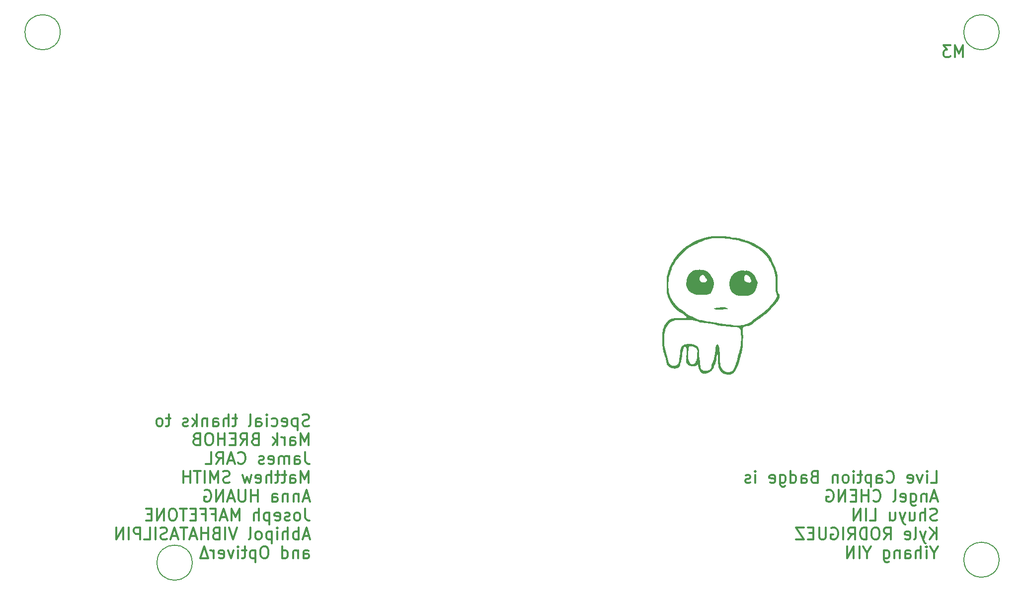
<source format=gbr>
%TF.GenerationSoftware,KiCad,Pcbnew,8.0.6*%
%TF.CreationDate,2024-10-30T23:15:20-04:00*%
%TF.ProjectId,live-caption-badge,6c697665-2d63-4617-9074-696f6e2d6261,rev?*%
%TF.SameCoordinates,Original*%
%TF.FileFunction,Legend,Bot*%
%TF.FilePolarity,Positive*%
%FSLAX46Y46*%
G04 Gerber Fmt 4.6, Leading zero omitted, Abs format (unit mm)*
G04 Created by KiCad (PCBNEW 8.0.6) date 2024-10-30 23:15:20*
%MOMM*%
%LPD*%
G01*
G04 APERTURE LIST*
%ADD10C,0.000000*%
%ADD11C,0.300000*%
%ADD12C,0.200000*%
G04 APERTURE END LIST*
D10*
G36*
X160605148Y-80024982D02*
G01*
X160599737Y-80101722D01*
X160587783Y-80179233D01*
X160569691Y-80257336D01*
X160545871Y-80335857D01*
X160516729Y-80414618D01*
X160482672Y-80493442D01*
X160444107Y-80572153D01*
X160401442Y-80650574D01*
X160305442Y-80805840D01*
X160197928Y-80957827D01*
X160082160Y-81105123D01*
X159961395Y-81246314D01*
X159838892Y-81379987D01*
X159717909Y-81504729D01*
X159493536Y-81721767D01*
X159380352Y-81871297D01*
X159263472Y-82016556D01*
X159143006Y-82157792D01*
X159019067Y-82295252D01*
X158891764Y-82429184D01*
X158761209Y-82559836D01*
X158627513Y-82687455D01*
X158490788Y-82812289D01*
X158351143Y-82934586D01*
X158208691Y-83054593D01*
X157915808Y-83288730D01*
X157613026Y-83516680D01*
X157301235Y-83740425D01*
X157159067Y-83825288D01*
X157020381Y-83917771D01*
X156884540Y-84016349D01*
X156750908Y-84119500D01*
X156225720Y-84547354D01*
X156093573Y-84650512D01*
X155959811Y-84749101D01*
X155823797Y-84841597D01*
X155684894Y-84926477D01*
X155542465Y-85002216D01*
X155469730Y-85036183D01*
X155395874Y-85067292D01*
X155320817Y-85095355D01*
X155244482Y-85120181D01*
X155166786Y-85141579D01*
X155087652Y-85159359D01*
X154970402Y-85156252D01*
X154864705Y-85160844D01*
X154770016Y-85172807D01*
X154685790Y-85191811D01*
X154611482Y-85217526D01*
X154546548Y-85249622D01*
X154490441Y-85287770D01*
X154442617Y-85331641D01*
X154402530Y-85380904D01*
X154369637Y-85435230D01*
X154343391Y-85494290D01*
X154323248Y-85557754D01*
X154308663Y-85625293D01*
X154299091Y-85696576D01*
X154292803Y-85849058D01*
X154300026Y-86012564D01*
X154316399Y-86184458D01*
X154359153Y-86542861D01*
X154376814Y-86724096D01*
X154386183Y-86903171D01*
X154382900Y-87077451D01*
X154375152Y-87161968D01*
X154362606Y-87244297D01*
X154362115Y-87384994D01*
X154361285Y-87622726D01*
X154348783Y-88000033D01*
X154323742Y-88375600D01*
X154284808Y-88748808D01*
X154259706Y-88934335D01*
X154230622Y-89119040D01*
X154197386Y-89302846D01*
X154159829Y-89485677D01*
X154117780Y-89667454D01*
X154071071Y-89848100D01*
X154019531Y-90027539D01*
X153962992Y-90205692D01*
X153524713Y-91712222D01*
X153460705Y-91898740D01*
X153390749Y-92082538D01*
X153313672Y-92262921D01*
X153228307Y-92439193D01*
X153133482Y-92610657D01*
X153028028Y-92776619D01*
X152910775Y-92936381D01*
X152780552Y-93089249D01*
X152780550Y-93089241D01*
X152736658Y-93130710D01*
X152691145Y-93169249D01*
X152644102Y-93204909D01*
X152595624Y-93237741D01*
X152545803Y-93267796D01*
X152494732Y-93295124D01*
X152442504Y-93319776D01*
X152389212Y-93341803D01*
X152334949Y-93361255D01*
X152279807Y-93378183D01*
X152167261Y-93404670D01*
X152052317Y-93421671D01*
X151935718Y-93429589D01*
X151818208Y-93428832D01*
X151700530Y-93419804D01*
X151583428Y-93402912D01*
X151467645Y-93378560D01*
X151353924Y-93347155D01*
X151243009Y-93309102D01*
X151135643Y-93264807D01*
X151032570Y-93214676D01*
X150938343Y-93158204D01*
X150850530Y-93097448D01*
X150768902Y-93032604D01*
X150693232Y-92963869D01*
X150623294Y-92891441D01*
X150558861Y-92815515D01*
X150499705Y-92736288D01*
X150445599Y-92653957D01*
X150396316Y-92568718D01*
X150351629Y-92480769D01*
X150275134Y-92297526D01*
X150214297Y-92105800D01*
X150167301Y-91907164D01*
X150132330Y-91703194D01*
X150107566Y-91495461D01*
X150091192Y-91285540D01*
X150081392Y-91075004D01*
X150071587Y-90258179D01*
X150050779Y-90101657D01*
X150031326Y-89992901D01*
X150013064Y-89927241D01*
X150004328Y-89909114D01*
X149995827Y-89900009D01*
X149987541Y-89899344D01*
X149979450Y-89906535D01*
X149963768Y-89942151D01*
X149948615Y-90002185D01*
X149933828Y-90081971D01*
X149875020Y-90505236D01*
X149843511Y-90713973D01*
X149826651Y-90801276D01*
X149808836Y-90870975D01*
X149726492Y-91191195D01*
X149680375Y-91356479D01*
X149629933Y-91523243D01*
X149574394Y-91690010D01*
X149512987Y-91855303D01*
X149444939Y-92017644D01*
X149369480Y-92175557D01*
X149285837Y-92327563D01*
X149240706Y-92400889D01*
X149193239Y-92472185D01*
X149143341Y-92541266D01*
X149090914Y-92607947D01*
X149035863Y-92672044D01*
X148978091Y-92733371D01*
X148917501Y-92791745D01*
X148853997Y-92846980D01*
X148787483Y-92898892D01*
X148717862Y-92947296D01*
X148645038Y-92992008D01*
X148568913Y-93032843D01*
X148489393Y-93069616D01*
X148406380Y-93102142D01*
X148299371Y-93157636D01*
X148196367Y-93202682D01*
X148097301Y-93237674D01*
X148002105Y-93263004D01*
X147910711Y-93279064D01*
X147823052Y-93286247D01*
X147739060Y-93284945D01*
X147658668Y-93275551D01*
X147581808Y-93258457D01*
X147508413Y-93234055D01*
X147438415Y-93202738D01*
X147371746Y-93164898D01*
X147308339Y-93120928D01*
X147248127Y-93071220D01*
X147191042Y-93016167D01*
X147137017Y-92956160D01*
X147085983Y-92891593D01*
X147037873Y-92822858D01*
X146950157Y-92674452D01*
X146873328Y-92514082D01*
X146806846Y-92344887D01*
X146750170Y-92170007D01*
X146702759Y-91992580D01*
X146664075Y-91815747D01*
X146633575Y-91642647D01*
X146566619Y-91714437D01*
X146494426Y-91777866D01*
X146417567Y-91833089D01*
X146336614Y-91880263D01*
X146252137Y-91919546D01*
X146164707Y-91951093D01*
X146074897Y-91975062D01*
X145983277Y-91991610D01*
X145890417Y-92000894D01*
X145796890Y-92003069D01*
X145703267Y-91998293D01*
X145610118Y-91986723D01*
X145518015Y-91968515D01*
X145427529Y-91943827D01*
X145339231Y-91912814D01*
X145253692Y-91875635D01*
X145171484Y-91832444D01*
X145093177Y-91783401D01*
X145019343Y-91728660D01*
X144950552Y-91668379D01*
X144887377Y-91602715D01*
X144830388Y-91531824D01*
X144780156Y-91455864D01*
X144737253Y-91374991D01*
X144702249Y-91289361D01*
X144675717Y-91199132D01*
X144658226Y-91104460D01*
X144650348Y-91005503D01*
X144652654Y-90902416D01*
X144665716Y-90795358D01*
X144690105Y-90684483D01*
X144726391Y-90569950D01*
X144715764Y-90517128D01*
X144708332Y-90458147D01*
X144701705Y-90324030D01*
X144703804Y-90172254D01*
X144706623Y-90115040D01*
X144998549Y-90115040D01*
X145003130Y-90316046D01*
X145019028Y-90513856D01*
X145047769Y-90706881D01*
X145090879Y-90893530D01*
X145118299Y-90983967D01*
X145149883Y-91072214D01*
X145185823Y-91158073D01*
X145226307Y-91241344D01*
X145271528Y-91321830D01*
X145321676Y-91399332D01*
X145376941Y-91473650D01*
X145437515Y-91544586D01*
X145437511Y-91544586D01*
X145524710Y-91584322D01*
X145607552Y-91612411D01*
X145686127Y-91629413D01*
X145760528Y-91635889D01*
X145830845Y-91632399D01*
X145897171Y-91619504D01*
X145959597Y-91597764D01*
X146018215Y-91567741D01*
X146073115Y-91529995D01*
X146124391Y-91485087D01*
X146172132Y-91433577D01*
X146216431Y-91376025D01*
X146257379Y-91312994D01*
X146295068Y-91245042D01*
X146361034Y-91096623D01*
X146415062Y-90935252D01*
X146457883Y-90765415D01*
X146490230Y-90591598D01*
X146512835Y-90418284D01*
X146526430Y-90249960D01*
X146531748Y-90091111D01*
X146529521Y-89946222D01*
X146520481Y-89819778D01*
X146548086Y-89724292D01*
X146568819Y-89633766D01*
X146582919Y-89548071D01*
X146590626Y-89467078D01*
X146592182Y-89390658D01*
X146587826Y-89318680D01*
X146577798Y-89251016D01*
X146562338Y-89187536D01*
X146541687Y-89128110D01*
X146516085Y-89072610D01*
X146485771Y-89020905D01*
X146450987Y-88972866D01*
X146411972Y-88928364D01*
X146368967Y-88887269D01*
X146322211Y-88849452D01*
X146271944Y-88814783D01*
X146218408Y-88783134D01*
X146161842Y-88754374D01*
X146102486Y-88728374D01*
X146040581Y-88705004D01*
X145910082Y-88665639D01*
X145772268Y-88635242D01*
X145629058Y-88612779D01*
X145482375Y-88597214D01*
X145334141Y-88587511D01*
X145186275Y-88582634D01*
X145123305Y-88930877D01*
X145062892Y-89310835D01*
X145037457Y-89508734D01*
X145017238Y-89709794D01*
X145003760Y-89912426D01*
X144998549Y-90115040D01*
X144706623Y-90115040D01*
X144711923Y-90007475D01*
X144735403Y-89657522D01*
X144745353Y-89481659D01*
X144750503Y-89311411D01*
X144748147Y-89151432D01*
X144735581Y-89006378D01*
X144724624Y-88940902D01*
X144710099Y-88880903D01*
X144691670Y-88826962D01*
X144668996Y-88779661D01*
X144641742Y-88739583D01*
X144609567Y-88707309D01*
X144572135Y-88683420D01*
X144529106Y-88668499D01*
X144480144Y-88663128D01*
X144424909Y-88667887D01*
X144363063Y-88683361D01*
X144294269Y-88710129D01*
X144232151Y-88898402D01*
X144178903Y-89088555D01*
X144133202Y-89280316D01*
X144093723Y-89473416D01*
X144028137Y-89862550D01*
X143971551Y-90253794D01*
X143913372Y-90644987D01*
X143880375Y-90839889D01*
X143843008Y-91033967D01*
X143799946Y-91226951D01*
X143749866Y-91418572D01*
X143691442Y-91608557D01*
X143623352Y-91796638D01*
X143590004Y-91885687D01*
X143548624Y-91966742D01*
X143499772Y-92039963D01*
X143444008Y-92105507D01*
X143381890Y-92163531D01*
X143313978Y-92214193D01*
X143240833Y-92257651D01*
X143163014Y-92294063D01*
X143081080Y-92323586D01*
X142995591Y-92346377D01*
X142907107Y-92362595D01*
X142816188Y-92372398D01*
X142723392Y-92375942D01*
X142629280Y-92373385D01*
X142534411Y-92364886D01*
X142439345Y-92350601D01*
X142344642Y-92330689D01*
X142250861Y-92305307D01*
X142158561Y-92274613D01*
X142068303Y-92238764D01*
X141980646Y-92197918D01*
X141896150Y-92152233D01*
X141815374Y-92101867D01*
X141738878Y-92046976D01*
X141667222Y-91987720D01*
X141600964Y-91924255D01*
X141540666Y-91856739D01*
X141486886Y-91785329D01*
X141440185Y-91710184D01*
X141401121Y-91631462D01*
X141370254Y-91549319D01*
X141348144Y-91463913D01*
X141317839Y-91261354D01*
X141278243Y-91060837D01*
X141230922Y-90862020D01*
X141177441Y-90664562D01*
X141058261Y-90272351D01*
X140933225Y-89881472D01*
X140814852Y-89489191D01*
X140762078Y-89291669D01*
X140715666Y-89092771D01*
X140677180Y-88892156D01*
X140648186Y-88689481D01*
X140630249Y-88484404D01*
X140624935Y-88276585D01*
X140626480Y-87789721D01*
X140617985Y-87292816D01*
X140617645Y-87170370D01*
X140952069Y-87170370D01*
X140955873Y-87590586D01*
X140963615Y-88010253D01*
X140963581Y-88426052D01*
X141733692Y-91361282D01*
X141793903Y-91458700D01*
X141857753Y-91546216D01*
X141924841Y-91624051D01*
X141994764Y-91692428D01*
X142067121Y-91751565D01*
X142141510Y-91801685D01*
X142217528Y-91843008D01*
X142294775Y-91875755D01*
X142372848Y-91900147D01*
X142451346Y-91916406D01*
X142529866Y-91924751D01*
X142608007Y-91925404D01*
X142685367Y-91918586D01*
X142761544Y-91904518D01*
X142836137Y-91883420D01*
X142908743Y-91855514D01*
X142978960Y-91821020D01*
X143046388Y-91780160D01*
X143110623Y-91733154D01*
X143171264Y-91680223D01*
X143227910Y-91621589D01*
X143280158Y-91557471D01*
X143327607Y-91488092D01*
X143369855Y-91413672D01*
X143406499Y-91334431D01*
X143437139Y-91250591D01*
X143461371Y-91162373D01*
X143478796Y-91069998D01*
X143489009Y-90973686D01*
X143491611Y-90873659D01*
X143486198Y-90770137D01*
X143472370Y-90663341D01*
X143504272Y-90587822D01*
X143531689Y-90509315D01*
X143555067Y-90428121D01*
X143574850Y-90344539D01*
X143605416Y-90171402D01*
X143626948Y-89992295D01*
X143657156Y-89625734D01*
X143672954Y-89443060D01*
X143693965Y-89263978D01*
X143723750Y-89090878D01*
X143743045Y-89007318D01*
X143765870Y-88926150D01*
X143792668Y-88847672D01*
X143823886Y-88772184D01*
X143859969Y-88699984D01*
X143901361Y-88631372D01*
X143948508Y-88566645D01*
X144001856Y-88506103D01*
X144061848Y-88450044D01*
X144128931Y-88398767D01*
X144203550Y-88352572D01*
X144286150Y-88311756D01*
X144377176Y-88276619D01*
X144477074Y-88247459D01*
X144637221Y-88224577D01*
X144811596Y-88206357D01*
X144996780Y-88194166D01*
X145189355Y-88189369D01*
X145385903Y-88193335D01*
X145583003Y-88207430D01*
X145680693Y-88218703D01*
X145777239Y-88233021D01*
X145872214Y-88250554D01*
X145965190Y-88271474D01*
X146055741Y-88295951D01*
X146143440Y-88324156D01*
X146227858Y-88356261D01*
X146308568Y-88392435D01*
X146385144Y-88432850D01*
X146457157Y-88477677D01*
X146524181Y-88527086D01*
X146585788Y-88581248D01*
X146641551Y-88640335D01*
X146691042Y-88704517D01*
X146733835Y-88773964D01*
X146769501Y-88848848D01*
X146797614Y-88929340D01*
X146817747Y-89015610D01*
X146829471Y-89107830D01*
X146832359Y-89206169D01*
X146830925Y-89382335D01*
X146831116Y-89390658D01*
X146834930Y-89557435D01*
X146843746Y-89731586D01*
X146856747Y-89904909D01*
X146892793Y-90249547D01*
X146938052Y-90592303D01*
X147036142Y-91275983D01*
X147078939Y-91618817D01*
X147110882Y-91963585D01*
X147118144Y-92075836D01*
X147136272Y-92179192D01*
X147164517Y-92273781D01*
X147202130Y-92359731D01*
X147248363Y-92437169D01*
X147302466Y-92506222D01*
X147363691Y-92567018D01*
X147431288Y-92619684D01*
X147504510Y-92664348D01*
X147582606Y-92701137D01*
X147664829Y-92730180D01*
X147750428Y-92751602D01*
X147838657Y-92765532D01*
X147928765Y-92772097D01*
X148020004Y-92771425D01*
X148111625Y-92763642D01*
X148202878Y-92748877D01*
X148293017Y-92727258D01*
X148381290Y-92698910D01*
X148466950Y-92663963D01*
X148549248Y-92622543D01*
X148627434Y-92574778D01*
X148700760Y-92520795D01*
X148768478Y-92460722D01*
X148829837Y-92394686D01*
X148884091Y-92322814D01*
X148930488Y-92245235D01*
X148968281Y-92162076D01*
X148996722Y-92073464D01*
X149015060Y-91979526D01*
X149022547Y-91880390D01*
X149018434Y-91776184D01*
X149112502Y-91585404D01*
X149196874Y-91391803D01*
X149272201Y-91195599D01*
X149339133Y-90997012D01*
X149398319Y-90796260D01*
X149450410Y-90593563D01*
X149496054Y-90389140D01*
X149535902Y-90183210D01*
X149570604Y-89975992D01*
X149600809Y-89767704D01*
X149650327Y-89348799D01*
X149689656Y-88928247D01*
X149723993Y-88507801D01*
X149773780Y-88432862D01*
X149821132Y-88372374D01*
X149866115Y-88325634D01*
X149908794Y-88291936D01*
X149949234Y-88270575D01*
X149987503Y-88260846D01*
X150023664Y-88262045D01*
X150057785Y-88273468D01*
X150089930Y-88294408D01*
X150120166Y-88324161D01*
X150148558Y-88362023D01*
X150175172Y-88407289D01*
X150223328Y-88517212D01*
X150265159Y-88648292D01*
X150301192Y-88794891D01*
X150331952Y-88951370D01*
X150379756Y-89271414D01*
X150435215Y-89781971D01*
X150440900Y-89966644D01*
X150441833Y-90155295D01*
X150437038Y-90540631D01*
X150436020Y-90930176D01*
X150441675Y-91124089D01*
X150453970Y-91316130D01*
X150474805Y-91505323D01*
X150506079Y-91690693D01*
X150549690Y-91871264D01*
X150576715Y-91959446D01*
X150607537Y-92046063D01*
X150642393Y-92130992D01*
X150681519Y-92214113D01*
X150725154Y-92295302D01*
X150773535Y-92374439D01*
X150826899Y-92451402D01*
X150885484Y-92526068D01*
X150949526Y-92598315D01*
X151019264Y-92668022D01*
X151019270Y-92668022D01*
X151063752Y-92710933D01*
X151110350Y-92750762D01*
X151158912Y-92787522D01*
X151209286Y-92821223D01*
X151261320Y-92851877D01*
X151314863Y-92879495D01*
X151369761Y-92904089D01*
X151425864Y-92925671D01*
X151483019Y-92944251D01*
X151541075Y-92959841D01*
X151599879Y-92972453D01*
X151659279Y-92982098D01*
X151719124Y-92988787D01*
X151779262Y-92992533D01*
X151839540Y-92993345D01*
X151899807Y-92991237D01*
X151959910Y-92986218D01*
X152019698Y-92978302D01*
X152079019Y-92967498D01*
X152137721Y-92953819D01*
X152195651Y-92937276D01*
X152252658Y-92917880D01*
X152308591Y-92895644D01*
X152363296Y-92870577D01*
X152416622Y-92842692D01*
X152468418Y-92812001D01*
X152518530Y-92778514D01*
X152566808Y-92742243D01*
X152613099Y-92703200D01*
X152657251Y-92661396D01*
X152699112Y-92616842D01*
X152738531Y-92569549D01*
X152828920Y-92394746D01*
X152911189Y-92216915D01*
X152986199Y-92036381D01*
X153054814Y-91853467D01*
X153117896Y-91668497D01*
X153176308Y-91481795D01*
X153282576Y-91104490D01*
X153477036Y-90343338D01*
X153579035Y-89964672D01*
X153634247Y-89776949D01*
X153693416Y-89590732D01*
X153759662Y-89377761D01*
X153817992Y-89162566D01*
X153868740Y-88945346D01*
X153912240Y-88726303D01*
X153948823Y-88505638D01*
X153978822Y-88283551D01*
X154002570Y-88060242D01*
X154020399Y-87835913D01*
X154032643Y-87610764D01*
X154039635Y-87384994D01*
X154039189Y-86932400D01*
X154021723Y-86479734D01*
X153989900Y-86028603D01*
X153977993Y-85928025D01*
X153958231Y-85836732D01*
X153931002Y-85754271D01*
X153896697Y-85680189D01*
X153855703Y-85614031D01*
X153808411Y-85555346D01*
X153755207Y-85503679D01*
X153696482Y-85458578D01*
X153632625Y-85419588D01*
X153564023Y-85386258D01*
X153491067Y-85358132D01*
X153414144Y-85334759D01*
X153249957Y-85300455D01*
X153074572Y-85279720D01*
X152891099Y-85268927D01*
X152702651Y-85264450D01*
X152323272Y-85259937D01*
X152138563Y-85252648D01*
X151961322Y-85237170D01*
X151794661Y-85209875D01*
X151716269Y-85190663D01*
X151641689Y-85167137D01*
X151490641Y-85171372D01*
X151340848Y-85169887D01*
X151192245Y-85163155D01*
X151044771Y-85151649D01*
X150898361Y-85135840D01*
X150752951Y-85116202D01*
X150608478Y-85093208D01*
X150464880Y-85067328D01*
X150180049Y-85008807D01*
X149897950Y-84944417D01*
X149339916Y-84813156D01*
X148712248Y-84737403D01*
X148087772Y-84653116D01*
X147777178Y-84606820D01*
X147467917Y-84557249D01*
X147160168Y-84504022D01*
X146854111Y-84446758D01*
X146683199Y-84366091D01*
X146508665Y-84298462D01*
X146330869Y-84242738D01*
X146150169Y-84197784D01*
X145966923Y-84162468D01*
X145781490Y-84135654D01*
X145594230Y-84116209D01*
X145405501Y-84103000D01*
X145025071Y-84090751D01*
X144643070Y-84089836D01*
X144262369Y-84091184D01*
X143885837Y-84085724D01*
X143707472Y-84077071D01*
X143525876Y-84075057D01*
X143342402Y-84080455D01*
X143158404Y-84094040D01*
X142975234Y-84116584D01*
X142794247Y-84148863D01*
X142616794Y-84191651D01*
X142529817Y-84217227D01*
X142444230Y-84245720D01*
X142360205Y-84277228D01*
X142277908Y-84311846D01*
X142197511Y-84349672D01*
X142119181Y-84390802D01*
X142043089Y-84435333D01*
X141969403Y-84483362D01*
X141898292Y-84534986D01*
X141829926Y-84590300D01*
X141764473Y-84649403D01*
X141702104Y-84712391D01*
X141642986Y-84779360D01*
X141587290Y-84850407D01*
X141535184Y-84925630D01*
X141486837Y-85005124D01*
X141442420Y-85088987D01*
X141402100Y-85177315D01*
X141297758Y-85361668D01*
X141210507Y-85550452D01*
X141138883Y-85743250D01*
X141081422Y-85939647D01*
X141036658Y-86139228D01*
X141003129Y-86341579D01*
X140979370Y-86546284D01*
X140963916Y-86752927D01*
X140955304Y-86961094D01*
X140952069Y-87170370D01*
X140617645Y-87170370D01*
X140616598Y-86792950D01*
X140623928Y-86544120D01*
X140639464Y-86297204D01*
X140665351Y-86053089D01*
X140703731Y-85812658D01*
X140756747Y-85576798D01*
X140826544Y-85346393D01*
X140868404Y-85233513D01*
X140915263Y-85122328D01*
X140967389Y-85012950D01*
X141025050Y-84905488D01*
X141088512Y-84800054D01*
X141158046Y-84696759D01*
X141233917Y-84595712D01*
X141316395Y-84497024D01*
X141375698Y-84418441D01*
X141438533Y-84345444D01*
X141504737Y-84277833D01*
X141574149Y-84215412D01*
X141646607Y-84157981D01*
X141721947Y-84105342D01*
X141800008Y-84057298D01*
X141880629Y-84013649D01*
X141963646Y-83974197D01*
X142048897Y-83938745D01*
X142225455Y-83879045D01*
X142409006Y-83832961D01*
X142598252Y-83798909D01*
X142791896Y-83775300D01*
X142988642Y-83760550D01*
X143187191Y-83753072D01*
X143386247Y-83751279D01*
X144161594Y-83769234D01*
X144291750Y-83772551D01*
X144403233Y-83770428D01*
X144496916Y-83763154D01*
X144573669Y-83751018D01*
X144634363Y-83734312D01*
X144679870Y-83713326D01*
X144711062Y-83688349D01*
X144728809Y-83659672D01*
X144733983Y-83627585D01*
X144727455Y-83592379D01*
X144710097Y-83554342D01*
X144682779Y-83513767D01*
X144646373Y-83470941D01*
X144601750Y-83426157D01*
X144491339Y-83331872D01*
X144358516Y-83233233D01*
X144210251Y-83132561D01*
X143895279Y-82934403D01*
X143602183Y-82755970D01*
X143386726Y-82615833D01*
X143240744Y-82501754D01*
X143099094Y-82382764D01*
X142961920Y-82259033D01*
X142829367Y-82130729D01*
X142701580Y-81998021D01*
X142578704Y-81861079D01*
X142460883Y-81720070D01*
X142348261Y-81575164D01*
X142240984Y-81426529D01*
X142139195Y-81274335D01*
X142043040Y-81118751D01*
X141952663Y-80959945D01*
X141868209Y-80798085D01*
X141789822Y-80633342D01*
X141717647Y-80465884D01*
X141651829Y-80295879D01*
X141566386Y-80115378D01*
X141496620Y-79931077D01*
X141441074Y-79743376D01*
X141398293Y-79552677D01*
X141366819Y-79359381D01*
X141345196Y-79163888D01*
X141331969Y-78966600D01*
X141325680Y-78767918D01*
X141328094Y-78367974D01*
X141331159Y-78271199D01*
X141645015Y-78271199D01*
X141652502Y-78534932D01*
X141670137Y-78797246D01*
X141699213Y-79057277D01*
X141741024Y-79314161D01*
X141796861Y-79567033D01*
X141868019Y-79815029D01*
X141955790Y-80057286D01*
X142061468Y-80292938D01*
X142121427Y-80408018D01*
X142186346Y-80521122D01*
X142256389Y-80632144D01*
X142331717Y-80740974D01*
X142412492Y-80847505D01*
X142498875Y-80951630D01*
X142591952Y-81104786D01*
X142692818Y-81251325D01*
X142800796Y-81391729D01*
X142915209Y-81526480D01*
X143035381Y-81656060D01*
X143160634Y-81780954D01*
X143290292Y-81901643D01*
X143423678Y-82018611D01*
X143560116Y-82132339D01*
X143698927Y-82243311D01*
X143980967Y-82458916D01*
X144543758Y-82878288D01*
X144687139Y-82978105D01*
X144832175Y-83072467D01*
X144978755Y-83161845D01*
X145126765Y-83246710D01*
X145276094Y-83327531D01*
X145426628Y-83404781D01*
X145730863Y-83550446D01*
X146038568Y-83687471D01*
X146348843Y-83819622D01*
X146973499Y-84084362D01*
X147301051Y-84154544D01*
X147629782Y-84217630D01*
X147959621Y-84274509D01*
X148290500Y-84326073D01*
X148622346Y-84373212D01*
X148955091Y-84416816D01*
X149622995Y-84496982D01*
X149800915Y-84552283D01*
X149980923Y-84600102D01*
X150162769Y-84641237D01*
X150346205Y-84676489D01*
X150530979Y-84706656D01*
X150716844Y-84732537D01*
X151090846Y-84774635D01*
X151840956Y-84842549D01*
X152213073Y-84881146D01*
X152580570Y-84931358D01*
X152580568Y-84931362D01*
X152593591Y-84944178D01*
X152607103Y-84955800D01*
X152621080Y-84966285D01*
X152635496Y-84975686D01*
X152650327Y-84984060D01*
X152665546Y-84991461D01*
X152681129Y-84997943D01*
X152697049Y-85003563D01*
X152713283Y-85008376D01*
X152729804Y-85012435D01*
X152763606Y-85018517D01*
X152798255Y-85022250D01*
X152833547Y-85024073D01*
X152869280Y-85024427D01*
X152905251Y-85023753D01*
X152977096Y-85021084D01*
X153047464Y-85019589D01*
X153081587Y-85020383D01*
X153114733Y-85022793D01*
X153310550Y-85028460D01*
X153504394Y-85028090D01*
X153696146Y-85021365D01*
X153885688Y-85007967D01*
X154072901Y-84987578D01*
X154257669Y-84959880D01*
X154439871Y-84924556D01*
X154619391Y-84881287D01*
X154796110Y-84829756D01*
X154969910Y-84769645D01*
X155140672Y-84700636D01*
X155308279Y-84622411D01*
X155472611Y-84534653D01*
X155633552Y-84437043D01*
X155790982Y-84329264D01*
X155944784Y-84210998D01*
X156246949Y-83976061D01*
X156551911Y-83745119D01*
X157165058Y-83287951D01*
X157470663Y-83058092D01*
X157773903Y-82824960D01*
X158073485Y-82586739D01*
X158368120Y-82341610D01*
X158892672Y-81792335D01*
X159142572Y-81525409D01*
X159263427Y-81391037D01*
X159381171Y-81254980D01*
X159495518Y-81116428D01*
X159606182Y-80974569D01*
X159712878Y-80828594D01*
X159815319Y-80677692D01*
X159913219Y-80521054D01*
X160006293Y-80357869D01*
X160094254Y-80187327D01*
X160176817Y-80008617D01*
X160063599Y-79609591D01*
X160004022Y-79386378D01*
X159950284Y-79149645D01*
X159927436Y-79026744D01*
X159908246Y-78901104D01*
X159893447Y-78772940D01*
X159883771Y-78642465D01*
X159879952Y-78509893D01*
X159882723Y-78375438D01*
X159892815Y-78239314D01*
X159910963Y-78101734D01*
X159922638Y-77903835D01*
X159929575Y-77706636D01*
X159931495Y-77510233D01*
X159928118Y-77314721D01*
X159919164Y-77120195D01*
X159904353Y-76926750D01*
X159883406Y-76734481D01*
X159856042Y-76543483D01*
X159821983Y-76353851D01*
X159780947Y-76165680D01*
X159732655Y-75979066D01*
X159676828Y-75794103D01*
X159613185Y-75610885D01*
X159541447Y-75429510D01*
X159461334Y-75250070D01*
X159372566Y-75072662D01*
X159297941Y-74874650D01*
X159218331Y-74678683D01*
X159133568Y-74485084D01*
X159043481Y-74294172D01*
X158947900Y-74106268D01*
X158846655Y-73921694D01*
X158739576Y-73740771D01*
X158626492Y-73563819D01*
X158507234Y-73391160D01*
X158381631Y-73223114D01*
X158249514Y-73060002D01*
X158110712Y-72902145D01*
X157965056Y-72749865D01*
X157812374Y-72603481D01*
X157652498Y-72463316D01*
X157485256Y-72329689D01*
X157362733Y-72229318D01*
X157237511Y-72134338D01*
X157109806Y-72044245D01*
X156979835Y-71958534D01*
X156847813Y-71876701D01*
X156713957Y-71798241D01*
X156441610Y-71649422D01*
X155322140Y-71088161D01*
X154619038Y-70843707D01*
X154273282Y-70727368D01*
X153927875Y-70619514D01*
X153580183Y-70523563D01*
X153404656Y-70481121D01*
X153227570Y-70442936D01*
X153048595Y-70409437D01*
X152867402Y-70381051D01*
X152683661Y-70358205D01*
X152497044Y-70341328D01*
X151802251Y-70255158D01*
X151452787Y-70214374D01*
X151101924Y-70178967D01*
X150749648Y-70151821D01*
X150395945Y-70135818D01*
X150218553Y-70132895D01*
X150040798Y-70133840D01*
X149862679Y-70139011D01*
X149684194Y-70148769D01*
X149486888Y-70145395D01*
X149292459Y-70152522D01*
X149100694Y-70169346D01*
X148911377Y-70195066D01*
X148724292Y-70228880D01*
X148539225Y-70269985D01*
X148355960Y-70317579D01*
X148174283Y-70370860D01*
X147993977Y-70429025D01*
X147814829Y-70491273D01*
X147459142Y-70624808D01*
X146752182Y-70905571D01*
X146638073Y-70974161D01*
X146522301Y-71039417D01*
X146287037Y-71162283D01*
X145810509Y-71393889D01*
X145574322Y-71512040D01*
X145457857Y-71573760D01*
X145342903Y-71638029D01*
X145229774Y-71705432D01*
X145118790Y-71776560D01*
X145010267Y-71851999D01*
X144904522Y-71932339D01*
X144755545Y-72039171D01*
X144611409Y-72151573D01*
X144471812Y-72269110D01*
X144336447Y-72391348D01*
X144205010Y-72517852D01*
X144077197Y-72648187D01*
X143952703Y-72781918D01*
X143831224Y-72918610D01*
X143712455Y-73057830D01*
X143596092Y-73199142D01*
X143369364Y-73486303D01*
X142931373Y-74066605D01*
X142812371Y-74229414D01*
X142701543Y-74395811D01*
X142598366Y-74565542D01*
X142502314Y-74738359D01*
X142412864Y-74914009D01*
X142329490Y-75092243D01*
X142251668Y-75272809D01*
X142178873Y-75455457D01*
X142110581Y-75639936D01*
X142046266Y-75825995D01*
X141927472Y-76201852D01*
X141818294Y-76581020D01*
X141714535Y-76961494D01*
X141670508Y-77480127D01*
X141655311Y-77742933D01*
X141646382Y-78006911D01*
X141645015Y-78271199D01*
X141331159Y-78271199D01*
X141340787Y-77967265D01*
X141352110Y-77568999D01*
X141353616Y-77371784D01*
X141350410Y-77176384D01*
X141400925Y-76809094D01*
X141464137Y-76442234D01*
X141501186Y-76259580D01*
X141542226Y-76077772D01*
X141587531Y-75897056D01*
X141637372Y-75717678D01*
X141692022Y-75539885D01*
X141751753Y-75363922D01*
X141816838Y-75190036D01*
X141887550Y-75018472D01*
X141964159Y-74849478D01*
X142046940Y-74683299D01*
X142136165Y-74520181D01*
X142232105Y-74360371D01*
X142443299Y-74001891D01*
X142553528Y-73824119D01*
X142667089Y-73647871D01*
X142784165Y-73473554D01*
X142904940Y-73301579D01*
X143029595Y-73132354D01*
X143158315Y-72966288D01*
X143291282Y-72803788D01*
X143428678Y-72645265D01*
X143570687Y-72491127D01*
X143717493Y-72341782D01*
X143869277Y-72197639D01*
X144026222Y-72059108D01*
X144188513Y-71926597D01*
X144356331Y-71800514D01*
X144474191Y-71709363D01*
X144594069Y-71621418D01*
X144715802Y-71536422D01*
X144839225Y-71454115D01*
X145090496Y-71296538D01*
X145346577Y-71146622D01*
X145606166Y-71002301D01*
X145867960Y-70861510D01*
X146392948Y-70582256D01*
X147017147Y-70349737D01*
X147327846Y-70234069D01*
X147640376Y-70124934D01*
X147797974Y-70074255D01*
X147956808Y-70026935D01*
X148117136Y-69983551D01*
X148279217Y-69944677D01*
X148443311Y-69910890D01*
X148609676Y-69882764D01*
X148778571Y-69860875D01*
X148950256Y-69845798D01*
X150750046Y-69816284D01*
X151199328Y-69827431D01*
X151422507Y-69840545D01*
X151644381Y-69859842D01*
X151864704Y-69886186D01*
X152083226Y-69920444D01*
X152299701Y-69963481D01*
X152513882Y-70016163D01*
X152668121Y-70023512D01*
X152821387Y-70033926D01*
X152973672Y-70047478D01*
X153124968Y-70064241D01*
X153275267Y-70084289D01*
X153424560Y-70107695D01*
X153572840Y-70134532D01*
X153720098Y-70164874D01*
X153866327Y-70198794D01*
X154011518Y-70236365D01*
X154155662Y-70277661D01*
X154298753Y-70322754D01*
X154440782Y-70371719D01*
X154581740Y-70424629D01*
X154721621Y-70481557D01*
X154860414Y-70542576D01*
X154999824Y-70571657D01*
X155138001Y-70605493D01*
X155274969Y-70643865D01*
X155410754Y-70686551D01*
X155545378Y-70733330D01*
X155678865Y-70783981D01*
X155811240Y-70838285D01*
X155942527Y-70896020D01*
X156072750Y-70956965D01*
X156201931Y-71020900D01*
X156330097Y-71087605D01*
X156457270Y-71156857D01*
X156708734Y-71302125D01*
X156956516Y-71454937D01*
X157115677Y-71548650D01*
X157272932Y-71646261D01*
X157428004Y-71747832D01*
X157580616Y-71853425D01*
X157730487Y-71963099D01*
X157877342Y-72076917D01*
X158020901Y-72194939D01*
X158160886Y-72317227D01*
X158297020Y-72443842D01*
X158429023Y-72574845D01*
X158556619Y-72710297D01*
X158679529Y-72850260D01*
X158797475Y-72994793D01*
X158910178Y-73143960D01*
X159017361Y-73297821D01*
X159118746Y-73456436D01*
X159266054Y-73818212D01*
X159420154Y-74178457D01*
X159730506Y-74899221D01*
X159877642Y-75262176D01*
X160013343Y-75628470D01*
X160075481Y-75813250D01*
X160133051Y-75999321D01*
X160185483Y-76186836D01*
X160232208Y-76375946D01*
X160245215Y-76567745D01*
X160252280Y-76761077D01*
X160253133Y-77151134D01*
X160233565Y-77936386D01*
X160231333Y-78326761D01*
X160236084Y-78520332D01*
X160246262Y-78712424D01*
X160263003Y-78902735D01*
X160287446Y-79090964D01*
X160320726Y-79276810D01*
X160363981Y-79459972D01*
X160425583Y-79524194D01*
X160477384Y-79590599D01*
X160519789Y-79659011D01*
X160553207Y-79729252D01*
X160578044Y-79801146D01*
X160594709Y-79874517D01*
X160603608Y-79949188D01*
X160604815Y-80008617D01*
X160605148Y-80024982D01*
G37*
G36*
X149318866Y-77320284D02*
G01*
X149344833Y-77418085D01*
X149365829Y-77517183D01*
X149381939Y-77617373D01*
X149393251Y-77718449D01*
X149399851Y-77820205D01*
X149401827Y-77922436D01*
X149399264Y-78024936D01*
X149392250Y-78127499D01*
X149365215Y-78331994D01*
X149321416Y-78534275D01*
X149261547Y-78732698D01*
X149186301Y-78925616D01*
X149096374Y-79111384D01*
X148992458Y-79288359D01*
X148875248Y-79454894D01*
X148811874Y-79533733D01*
X148745438Y-79609344D01*
X148745436Y-79609348D01*
X148618801Y-79657081D01*
X148489906Y-79697791D01*
X148359007Y-79731942D01*
X148226357Y-79759993D01*
X148092212Y-79782407D01*
X147956825Y-79799644D01*
X147820452Y-79812166D01*
X147683346Y-79820434D01*
X147545763Y-79824909D01*
X147407958Y-79826052D01*
X147132695Y-79820190D01*
X146859595Y-79806537D01*
X146590694Y-79788784D01*
X146491181Y-79776762D01*
X146392062Y-79760256D01*
X146293562Y-79739355D01*
X146195907Y-79714150D01*
X146099322Y-79684731D01*
X146004030Y-79651188D01*
X145910257Y-79613612D01*
X145818228Y-79572093D01*
X145728167Y-79526720D01*
X145640300Y-79477585D01*
X145554851Y-79424778D01*
X145472044Y-79368388D01*
X145392106Y-79308507D01*
X145315260Y-79245224D01*
X145241731Y-79178629D01*
X145171745Y-79108813D01*
X145105525Y-79035866D01*
X145043298Y-78959879D01*
X144985287Y-78880941D01*
X144931717Y-78799143D01*
X144882814Y-78714575D01*
X144838802Y-78627328D01*
X144799906Y-78537491D01*
X144766351Y-78445155D01*
X144738361Y-78350410D01*
X144716161Y-78253346D01*
X144699977Y-78154054D01*
X144690033Y-78052624D01*
X144686553Y-77949146D01*
X144689763Y-77843710D01*
X144699888Y-77736407D01*
X144717152Y-77627327D01*
X144717068Y-77538600D01*
X144721342Y-77449188D01*
X144729880Y-77359313D01*
X144742587Y-77269198D01*
X144759370Y-77179065D01*
X144780134Y-77089136D01*
X144791206Y-77048935D01*
X146959509Y-77048935D01*
X146963818Y-77116919D01*
X146975437Y-77185691D01*
X146994808Y-77254821D01*
X147022375Y-77323880D01*
X147058582Y-77392438D01*
X147103873Y-77460065D01*
X147158691Y-77526333D01*
X147205839Y-77565629D01*
X147255909Y-77599500D01*
X147308460Y-77628101D01*
X147363051Y-77651587D01*
X147419242Y-77670113D01*
X147476590Y-77683833D01*
X147534657Y-77692903D01*
X147592999Y-77697478D01*
X147651177Y-77697712D01*
X147708750Y-77693760D01*
X147765276Y-77685777D01*
X147820315Y-77673918D01*
X147873425Y-77658338D01*
X147924166Y-77639192D01*
X147972097Y-77616634D01*
X148016776Y-77590819D01*
X148057764Y-77561903D01*
X148094618Y-77530040D01*
X148126898Y-77495385D01*
X148154163Y-77458093D01*
X148175972Y-77418319D01*
X148191884Y-77376218D01*
X148201458Y-77331944D01*
X148204253Y-77285653D01*
X148199829Y-77237499D01*
X148187743Y-77187637D01*
X148167556Y-77136222D01*
X148138826Y-77083409D01*
X148101113Y-77029353D01*
X148053975Y-76974209D01*
X147996971Y-76918131D01*
X147929661Y-76861275D01*
X147895418Y-76770013D01*
X147857394Y-76690275D01*
X147816032Y-76621630D01*
X147771775Y-76563649D01*
X147725069Y-76515903D01*
X147676356Y-76477962D01*
X147626079Y-76449396D01*
X147574683Y-76429777D01*
X147522610Y-76418675D01*
X147470306Y-76415660D01*
X147418212Y-76420303D01*
X147366774Y-76432175D01*
X147316434Y-76450847D01*
X147267635Y-76475888D01*
X147220823Y-76506869D01*
X147176440Y-76543362D01*
X147134930Y-76584936D01*
X147096737Y-76631162D01*
X147062303Y-76681611D01*
X147032074Y-76735853D01*
X147006491Y-76793459D01*
X146986000Y-76854000D01*
X146971044Y-76917046D01*
X146962066Y-76982167D01*
X146959509Y-77048935D01*
X144791206Y-77048935D01*
X144804785Y-76999634D01*
X144833229Y-76910781D01*
X144865372Y-76822800D01*
X144901119Y-76735914D01*
X144940376Y-76650344D01*
X144983049Y-76566313D01*
X145029045Y-76484044D01*
X145078267Y-76403759D01*
X145130624Y-76325681D01*
X145186020Y-76250031D01*
X145244361Y-76177033D01*
X145305553Y-76106909D01*
X145369501Y-76039881D01*
X145436113Y-75976172D01*
X145505293Y-75916004D01*
X145576947Y-75859600D01*
X145650981Y-75807182D01*
X145727300Y-75758973D01*
X145805812Y-75715195D01*
X145886421Y-75676070D01*
X145969033Y-75641821D01*
X146053555Y-75612671D01*
X146139891Y-75588841D01*
X146227948Y-75570555D01*
X146317632Y-75558034D01*
X146408848Y-75551502D01*
X146593362Y-75532243D01*
X146779780Y-75520035D01*
X146966909Y-75515806D01*
X147153557Y-75520485D01*
X147338531Y-75534998D01*
X147520639Y-75560276D01*
X147610245Y-75577241D01*
X147698688Y-75597245D01*
X147785818Y-75620404D01*
X147871486Y-75646834D01*
X147955543Y-75676652D01*
X148037840Y-75709972D01*
X148118228Y-75746911D01*
X148196559Y-75787586D01*
X148272682Y-75832112D01*
X148346448Y-75880605D01*
X148417710Y-75933181D01*
X148486317Y-75989956D01*
X148552121Y-76051047D01*
X148614972Y-76116569D01*
X148674722Y-76186639D01*
X148731221Y-76261371D01*
X148784321Y-76340884D01*
X148833872Y-76425291D01*
X148879725Y-76514710D01*
X148921732Y-76609257D01*
X148990597Y-76689276D01*
X149053796Y-76772238D01*
X149111416Y-76857937D01*
X149163544Y-76946166D01*
X149210266Y-77036722D01*
X149251669Y-77129397D01*
X149287840Y-77223986D01*
X149307709Y-77285653D01*
X149318866Y-77320284D01*
G37*
G36*
X156852260Y-77688782D02*
G01*
X156822849Y-77853562D01*
X156789518Y-78021469D01*
X156751434Y-78191036D01*
X156707764Y-78360795D01*
X156657672Y-78529280D01*
X156600326Y-78695021D01*
X156534892Y-78856552D01*
X156498881Y-78935280D01*
X156460535Y-79012405D01*
X156419750Y-79087744D01*
X156376422Y-79161112D01*
X156330446Y-79232328D01*
X156281719Y-79301207D01*
X156230136Y-79367566D01*
X156175592Y-79431221D01*
X156117984Y-79491989D01*
X156057207Y-79549687D01*
X155993157Y-79604131D01*
X155925730Y-79655137D01*
X155854822Y-79702523D01*
X155780328Y-79746105D01*
X155702144Y-79785698D01*
X155620166Y-79821121D01*
X155534289Y-79852189D01*
X155444410Y-79878719D01*
X155136882Y-79921969D01*
X154817238Y-79962647D01*
X154654534Y-79979493D01*
X154490794Y-79992663D01*
X154326682Y-80001145D01*
X154162862Y-80003928D01*
X154000000Y-80000000D01*
X153838758Y-79988352D01*
X153679801Y-79967971D01*
X153523794Y-79937846D01*
X153371401Y-79896967D01*
X153223285Y-79844321D01*
X153151039Y-79813271D01*
X153080112Y-79778899D01*
X153010586Y-79741080D01*
X152942545Y-79699688D01*
X152851553Y-79641744D01*
X152765854Y-79580065D01*
X152685372Y-79514826D01*
X152610031Y-79446204D01*
X152539753Y-79374372D01*
X152474464Y-79299507D01*
X152414085Y-79221785D01*
X152358543Y-79141380D01*
X152307759Y-79058468D01*
X152261657Y-78973225D01*
X152220162Y-78885827D01*
X152183197Y-78796448D01*
X152150686Y-78705264D01*
X152122552Y-78612451D01*
X152079110Y-78422638D01*
X152052263Y-78228413D01*
X152041399Y-78031181D01*
X152045907Y-77832345D01*
X152065178Y-77633309D01*
X152098601Y-77435476D01*
X152145566Y-77240251D01*
X152205461Y-77049037D01*
X152262061Y-76903416D01*
X154537562Y-76903416D01*
X154538297Y-76971788D01*
X154545963Y-77041807D01*
X154560906Y-77112959D01*
X154583476Y-77184728D01*
X154614019Y-77256599D01*
X154652885Y-77328059D01*
X154700420Y-77398590D01*
X154756974Y-77467680D01*
X154822894Y-77534812D01*
X154898529Y-77599472D01*
X154974069Y-77629155D01*
X155046062Y-77654864D01*
X155114511Y-77676656D01*
X155179419Y-77694587D01*
X155240789Y-77708714D01*
X155298623Y-77719093D01*
X155352925Y-77725781D01*
X155403695Y-77728834D01*
X155450938Y-77728308D01*
X155494657Y-77724259D01*
X155534852Y-77716745D01*
X155571529Y-77705822D01*
X155604688Y-77691546D01*
X155634333Y-77673973D01*
X155660467Y-77653160D01*
X155683092Y-77629163D01*
X155702210Y-77602039D01*
X155717825Y-77571844D01*
X155729940Y-77538634D01*
X155738556Y-77502467D01*
X155743677Y-77463398D01*
X155745305Y-77421483D01*
X155743443Y-77376780D01*
X155738094Y-77329345D01*
X155729260Y-77279233D01*
X155716945Y-77226502D01*
X155701150Y-77171208D01*
X155681878Y-77113407D01*
X155659133Y-77053156D01*
X155632916Y-76990511D01*
X155570080Y-76858265D01*
X155506426Y-76760114D01*
X155442044Y-76674939D01*
X155377283Y-76602225D01*
X155312489Y-76541458D01*
X155248012Y-76492122D01*
X155184198Y-76453702D01*
X155121398Y-76425684D01*
X155059957Y-76407552D01*
X155000225Y-76398792D01*
X154942550Y-76398888D01*
X154887279Y-76407326D01*
X154834761Y-76423590D01*
X154785344Y-76447167D01*
X154739376Y-76477540D01*
X154697205Y-76514195D01*
X154659179Y-76556617D01*
X154625646Y-76604291D01*
X154596954Y-76656701D01*
X154573452Y-76713334D01*
X154555487Y-76773674D01*
X154543407Y-76837207D01*
X154537562Y-76903416D01*
X152262061Y-76903416D01*
X152277677Y-76863239D01*
X152319943Y-76778834D01*
X152365496Y-76697241D01*
X152414229Y-76618488D01*
X152466029Y-76542604D01*
X152520788Y-76469614D01*
X152578395Y-76399548D01*
X152701713Y-76268296D01*
X152835102Y-76149068D01*
X152977682Y-76042086D01*
X153128573Y-75947570D01*
X153286893Y-75865742D01*
X153451762Y-75796822D01*
X153622299Y-75741033D01*
X153797623Y-75698596D01*
X153976854Y-75669730D01*
X154159112Y-75654658D01*
X154343514Y-75653601D01*
X154529182Y-75666780D01*
X154715233Y-75694416D01*
X154834448Y-75684468D01*
X154948702Y-75681958D01*
X155058153Y-75686610D01*
X155162958Y-75698146D01*
X155263275Y-75716288D01*
X155359263Y-75740759D01*
X155451078Y-75771280D01*
X155538879Y-75807575D01*
X155622824Y-75849365D01*
X155703071Y-75896373D01*
X155779777Y-75948322D01*
X155853100Y-76004933D01*
X155923198Y-76065930D01*
X155990229Y-76131033D01*
X156054351Y-76199967D01*
X156115721Y-76272453D01*
X156230839Y-76426971D01*
X156336846Y-76592366D01*
X156435004Y-76766418D01*
X156526576Y-76946905D01*
X156612825Y-77131605D01*
X156695013Y-77318299D01*
X156738809Y-77421483D01*
X156852260Y-77688782D01*
G37*
G36*
X151104212Y-81925194D02*
G01*
X151263011Y-81940309D01*
X151337458Y-81952832D01*
X151408128Y-81969007D01*
X151474661Y-81989087D01*
X151536699Y-82013327D01*
X151593884Y-82041983D01*
X151645859Y-82075310D01*
X151692264Y-82113562D01*
X151732743Y-82156995D01*
X151766936Y-82205863D01*
X151794487Y-82260422D01*
X151667858Y-82253572D01*
X151523190Y-82255267D01*
X151363678Y-82263536D01*
X151192521Y-82276408D01*
X150828057Y-82308074D01*
X150455373Y-82334497D01*
X150273941Y-82340815D01*
X150100046Y-82339909D01*
X149936884Y-82329807D01*
X149787652Y-82308540D01*
X149719260Y-82293103D01*
X149655548Y-82274135D01*
X149596918Y-82251391D01*
X149543768Y-82224623D01*
X149496498Y-82193585D01*
X149455509Y-82158030D01*
X149421199Y-82117713D01*
X149393968Y-82072388D01*
X150757028Y-81927555D01*
X150934596Y-81921623D01*
X151104212Y-81925194D01*
G37*
D11*
X191826441Y-39239638D02*
X191826441Y-37239638D01*
X191826441Y-37239638D02*
X191159774Y-38668209D01*
X191159774Y-38668209D02*
X190493108Y-37239638D01*
X190493108Y-37239638D02*
X190493108Y-39239638D01*
X189731203Y-37239638D02*
X188493108Y-37239638D01*
X188493108Y-37239638D02*
X189159775Y-38001542D01*
X189159775Y-38001542D02*
X188874060Y-38001542D01*
X188874060Y-38001542D02*
X188683584Y-38096780D01*
X188683584Y-38096780D02*
X188588346Y-38192019D01*
X188588346Y-38192019D02*
X188493108Y-38382495D01*
X188493108Y-38382495D02*
X188493108Y-38858685D01*
X188493108Y-38858685D02*
X188588346Y-39049161D01*
X188588346Y-39049161D02*
X188683584Y-39144400D01*
X188683584Y-39144400D02*
X188874060Y-39239638D01*
X188874060Y-39239638D02*
X189445489Y-39239638D01*
X189445489Y-39239638D02*
X189635965Y-39144400D01*
X189635965Y-39144400D02*
X189731203Y-39049161D01*
D12*
X38000000Y-35000000D02*
G75*
G02*
X32000000Y-35000000I-3000000J0D01*
G01*
X32000000Y-35000000D02*
G75*
G02*
X38000000Y-35000000I3000000J0D01*
G01*
X60500000Y-125500000D02*
G75*
G02*
X54500000Y-125500000I-3000000J0D01*
G01*
X54500000Y-125500000D02*
G75*
G02*
X60500000Y-125500000I3000000J0D01*
G01*
X198000000Y-125000000D02*
G75*
G02*
X192000000Y-125000000I-3000000J0D01*
G01*
X192000000Y-125000000D02*
G75*
G02*
X198000000Y-125000000I3000000J0D01*
G01*
X198000000Y-35000000D02*
G75*
G02*
X192000000Y-35000000I-3000000J0D01*
G01*
X192000000Y-35000000D02*
G75*
G02*
X198000000Y-35000000I3000000J0D01*
G01*
D11*
X186374060Y-111860086D02*
X187326441Y-111860086D01*
X187326441Y-111860086D02*
X187326441Y-109860086D01*
X185707393Y-111860086D02*
X185707393Y-110526752D01*
X185707393Y-109860086D02*
X185802631Y-109955324D01*
X185802631Y-109955324D02*
X185707393Y-110050562D01*
X185707393Y-110050562D02*
X185612155Y-109955324D01*
X185612155Y-109955324D02*
X185707393Y-109860086D01*
X185707393Y-109860086D02*
X185707393Y-110050562D01*
X184945488Y-110526752D02*
X184469298Y-111860086D01*
X184469298Y-111860086D02*
X183993107Y-110526752D01*
X182469297Y-111764848D02*
X182659773Y-111860086D01*
X182659773Y-111860086D02*
X183040726Y-111860086D01*
X183040726Y-111860086D02*
X183231202Y-111764848D01*
X183231202Y-111764848D02*
X183326440Y-111574371D01*
X183326440Y-111574371D02*
X183326440Y-110812467D01*
X183326440Y-110812467D02*
X183231202Y-110621990D01*
X183231202Y-110621990D02*
X183040726Y-110526752D01*
X183040726Y-110526752D02*
X182659773Y-110526752D01*
X182659773Y-110526752D02*
X182469297Y-110621990D01*
X182469297Y-110621990D02*
X182374059Y-110812467D01*
X182374059Y-110812467D02*
X182374059Y-111002943D01*
X182374059Y-111002943D02*
X183326440Y-111193419D01*
X178850249Y-111669609D02*
X178945487Y-111764848D01*
X178945487Y-111764848D02*
X179231201Y-111860086D01*
X179231201Y-111860086D02*
X179421677Y-111860086D01*
X179421677Y-111860086D02*
X179707392Y-111764848D01*
X179707392Y-111764848D02*
X179897868Y-111574371D01*
X179897868Y-111574371D02*
X179993106Y-111383895D01*
X179993106Y-111383895D02*
X180088344Y-111002943D01*
X180088344Y-111002943D02*
X180088344Y-110717228D01*
X180088344Y-110717228D02*
X179993106Y-110336276D01*
X179993106Y-110336276D02*
X179897868Y-110145800D01*
X179897868Y-110145800D02*
X179707392Y-109955324D01*
X179707392Y-109955324D02*
X179421677Y-109860086D01*
X179421677Y-109860086D02*
X179231201Y-109860086D01*
X179231201Y-109860086D02*
X178945487Y-109955324D01*
X178945487Y-109955324D02*
X178850249Y-110050562D01*
X177135963Y-111860086D02*
X177135963Y-110812467D01*
X177135963Y-110812467D02*
X177231201Y-110621990D01*
X177231201Y-110621990D02*
X177421677Y-110526752D01*
X177421677Y-110526752D02*
X177802630Y-110526752D01*
X177802630Y-110526752D02*
X177993106Y-110621990D01*
X177135963Y-111764848D02*
X177326439Y-111860086D01*
X177326439Y-111860086D02*
X177802630Y-111860086D01*
X177802630Y-111860086D02*
X177993106Y-111764848D01*
X177993106Y-111764848D02*
X178088344Y-111574371D01*
X178088344Y-111574371D02*
X178088344Y-111383895D01*
X178088344Y-111383895D02*
X177993106Y-111193419D01*
X177993106Y-111193419D02*
X177802630Y-111098181D01*
X177802630Y-111098181D02*
X177326439Y-111098181D01*
X177326439Y-111098181D02*
X177135963Y-111002943D01*
X176183582Y-110526752D02*
X176183582Y-112526752D01*
X176183582Y-110621990D02*
X175993106Y-110526752D01*
X175993106Y-110526752D02*
X175612153Y-110526752D01*
X175612153Y-110526752D02*
X175421677Y-110621990D01*
X175421677Y-110621990D02*
X175326439Y-110717228D01*
X175326439Y-110717228D02*
X175231201Y-110907705D01*
X175231201Y-110907705D02*
X175231201Y-111479133D01*
X175231201Y-111479133D02*
X175326439Y-111669609D01*
X175326439Y-111669609D02*
X175421677Y-111764848D01*
X175421677Y-111764848D02*
X175612153Y-111860086D01*
X175612153Y-111860086D02*
X175993106Y-111860086D01*
X175993106Y-111860086D02*
X176183582Y-111764848D01*
X174659772Y-110526752D02*
X173897868Y-110526752D01*
X174374058Y-109860086D02*
X174374058Y-111574371D01*
X174374058Y-111574371D02*
X174278820Y-111764848D01*
X174278820Y-111764848D02*
X174088344Y-111860086D01*
X174088344Y-111860086D02*
X173897868Y-111860086D01*
X173231201Y-111860086D02*
X173231201Y-110526752D01*
X173231201Y-109860086D02*
X173326439Y-109955324D01*
X173326439Y-109955324D02*
X173231201Y-110050562D01*
X173231201Y-110050562D02*
X173135963Y-109955324D01*
X173135963Y-109955324D02*
X173231201Y-109860086D01*
X173231201Y-109860086D02*
X173231201Y-110050562D01*
X171993106Y-111860086D02*
X172183582Y-111764848D01*
X172183582Y-111764848D02*
X172278820Y-111669609D01*
X172278820Y-111669609D02*
X172374058Y-111479133D01*
X172374058Y-111479133D02*
X172374058Y-110907705D01*
X172374058Y-110907705D02*
X172278820Y-110717228D01*
X172278820Y-110717228D02*
X172183582Y-110621990D01*
X172183582Y-110621990D02*
X171993106Y-110526752D01*
X171993106Y-110526752D02*
X171707391Y-110526752D01*
X171707391Y-110526752D02*
X171516915Y-110621990D01*
X171516915Y-110621990D02*
X171421677Y-110717228D01*
X171421677Y-110717228D02*
X171326439Y-110907705D01*
X171326439Y-110907705D02*
X171326439Y-111479133D01*
X171326439Y-111479133D02*
X171421677Y-111669609D01*
X171421677Y-111669609D02*
X171516915Y-111764848D01*
X171516915Y-111764848D02*
X171707391Y-111860086D01*
X171707391Y-111860086D02*
X171993106Y-111860086D01*
X170469296Y-110526752D02*
X170469296Y-111860086D01*
X170469296Y-110717228D02*
X170374058Y-110621990D01*
X170374058Y-110621990D02*
X170183582Y-110526752D01*
X170183582Y-110526752D02*
X169897867Y-110526752D01*
X169897867Y-110526752D02*
X169707391Y-110621990D01*
X169707391Y-110621990D02*
X169612153Y-110812467D01*
X169612153Y-110812467D02*
X169612153Y-111860086D01*
X166469295Y-110812467D02*
X166183581Y-110907705D01*
X166183581Y-110907705D02*
X166088343Y-111002943D01*
X166088343Y-111002943D02*
X165993105Y-111193419D01*
X165993105Y-111193419D02*
X165993105Y-111479133D01*
X165993105Y-111479133D02*
X166088343Y-111669609D01*
X166088343Y-111669609D02*
X166183581Y-111764848D01*
X166183581Y-111764848D02*
X166374057Y-111860086D01*
X166374057Y-111860086D02*
X167135962Y-111860086D01*
X167135962Y-111860086D02*
X167135962Y-109860086D01*
X167135962Y-109860086D02*
X166469295Y-109860086D01*
X166469295Y-109860086D02*
X166278819Y-109955324D01*
X166278819Y-109955324D02*
X166183581Y-110050562D01*
X166183581Y-110050562D02*
X166088343Y-110241038D01*
X166088343Y-110241038D02*
X166088343Y-110431514D01*
X166088343Y-110431514D02*
X166183581Y-110621990D01*
X166183581Y-110621990D02*
X166278819Y-110717228D01*
X166278819Y-110717228D02*
X166469295Y-110812467D01*
X166469295Y-110812467D02*
X167135962Y-110812467D01*
X164278819Y-111860086D02*
X164278819Y-110812467D01*
X164278819Y-110812467D02*
X164374057Y-110621990D01*
X164374057Y-110621990D02*
X164564533Y-110526752D01*
X164564533Y-110526752D02*
X164945486Y-110526752D01*
X164945486Y-110526752D02*
X165135962Y-110621990D01*
X164278819Y-111764848D02*
X164469295Y-111860086D01*
X164469295Y-111860086D02*
X164945486Y-111860086D01*
X164945486Y-111860086D02*
X165135962Y-111764848D01*
X165135962Y-111764848D02*
X165231200Y-111574371D01*
X165231200Y-111574371D02*
X165231200Y-111383895D01*
X165231200Y-111383895D02*
X165135962Y-111193419D01*
X165135962Y-111193419D02*
X164945486Y-111098181D01*
X164945486Y-111098181D02*
X164469295Y-111098181D01*
X164469295Y-111098181D02*
X164278819Y-111002943D01*
X162469295Y-111860086D02*
X162469295Y-109860086D01*
X162469295Y-111764848D02*
X162659771Y-111860086D01*
X162659771Y-111860086D02*
X163040724Y-111860086D01*
X163040724Y-111860086D02*
X163231200Y-111764848D01*
X163231200Y-111764848D02*
X163326438Y-111669609D01*
X163326438Y-111669609D02*
X163421676Y-111479133D01*
X163421676Y-111479133D02*
X163421676Y-110907705D01*
X163421676Y-110907705D02*
X163326438Y-110717228D01*
X163326438Y-110717228D02*
X163231200Y-110621990D01*
X163231200Y-110621990D02*
X163040724Y-110526752D01*
X163040724Y-110526752D02*
X162659771Y-110526752D01*
X162659771Y-110526752D02*
X162469295Y-110621990D01*
X160659771Y-110526752D02*
X160659771Y-112145800D01*
X160659771Y-112145800D02*
X160755009Y-112336276D01*
X160755009Y-112336276D02*
X160850247Y-112431514D01*
X160850247Y-112431514D02*
X161040724Y-112526752D01*
X161040724Y-112526752D02*
X161326438Y-112526752D01*
X161326438Y-112526752D02*
X161516914Y-112431514D01*
X160659771Y-111764848D02*
X160850247Y-111860086D01*
X160850247Y-111860086D02*
X161231200Y-111860086D01*
X161231200Y-111860086D02*
X161421676Y-111764848D01*
X161421676Y-111764848D02*
X161516914Y-111669609D01*
X161516914Y-111669609D02*
X161612152Y-111479133D01*
X161612152Y-111479133D02*
X161612152Y-110907705D01*
X161612152Y-110907705D02*
X161516914Y-110717228D01*
X161516914Y-110717228D02*
X161421676Y-110621990D01*
X161421676Y-110621990D02*
X161231200Y-110526752D01*
X161231200Y-110526752D02*
X160850247Y-110526752D01*
X160850247Y-110526752D02*
X160659771Y-110621990D01*
X158945485Y-111764848D02*
X159135961Y-111860086D01*
X159135961Y-111860086D02*
X159516914Y-111860086D01*
X159516914Y-111860086D02*
X159707390Y-111764848D01*
X159707390Y-111764848D02*
X159802628Y-111574371D01*
X159802628Y-111574371D02*
X159802628Y-110812467D01*
X159802628Y-110812467D02*
X159707390Y-110621990D01*
X159707390Y-110621990D02*
X159516914Y-110526752D01*
X159516914Y-110526752D02*
X159135961Y-110526752D01*
X159135961Y-110526752D02*
X158945485Y-110621990D01*
X158945485Y-110621990D02*
X158850247Y-110812467D01*
X158850247Y-110812467D02*
X158850247Y-111002943D01*
X158850247Y-111002943D02*
X159802628Y-111193419D01*
X156469294Y-111860086D02*
X156469294Y-110526752D01*
X156469294Y-109860086D02*
X156564532Y-109955324D01*
X156564532Y-109955324D02*
X156469294Y-110050562D01*
X156469294Y-110050562D02*
X156374056Y-109955324D01*
X156374056Y-109955324D02*
X156469294Y-109860086D01*
X156469294Y-109860086D02*
X156469294Y-110050562D01*
X155612151Y-111764848D02*
X155421675Y-111860086D01*
X155421675Y-111860086D02*
X155040723Y-111860086D01*
X155040723Y-111860086D02*
X154850246Y-111764848D01*
X154850246Y-111764848D02*
X154755008Y-111574371D01*
X154755008Y-111574371D02*
X154755008Y-111479133D01*
X154755008Y-111479133D02*
X154850246Y-111288657D01*
X154850246Y-111288657D02*
X155040723Y-111193419D01*
X155040723Y-111193419D02*
X155326437Y-111193419D01*
X155326437Y-111193419D02*
X155516913Y-111098181D01*
X155516913Y-111098181D02*
X155612151Y-110907705D01*
X155612151Y-110907705D02*
X155612151Y-110812467D01*
X155612151Y-110812467D02*
X155516913Y-110621990D01*
X155516913Y-110621990D02*
X155326437Y-110526752D01*
X155326437Y-110526752D02*
X155040723Y-110526752D01*
X155040723Y-110526752D02*
X154850246Y-110621990D01*
X187421679Y-114508545D02*
X186469298Y-114508545D01*
X187612155Y-115079974D02*
X186945489Y-113079974D01*
X186945489Y-113079974D02*
X186278822Y-115079974D01*
X185612155Y-113746640D02*
X185612155Y-115079974D01*
X185612155Y-113937116D02*
X185516917Y-113841878D01*
X185516917Y-113841878D02*
X185326441Y-113746640D01*
X185326441Y-113746640D02*
X185040726Y-113746640D01*
X185040726Y-113746640D02*
X184850250Y-113841878D01*
X184850250Y-113841878D02*
X184755012Y-114032355D01*
X184755012Y-114032355D02*
X184755012Y-115079974D01*
X182945488Y-113746640D02*
X182945488Y-115365688D01*
X182945488Y-115365688D02*
X183040726Y-115556164D01*
X183040726Y-115556164D02*
X183135964Y-115651402D01*
X183135964Y-115651402D02*
X183326441Y-115746640D01*
X183326441Y-115746640D02*
X183612155Y-115746640D01*
X183612155Y-115746640D02*
X183802631Y-115651402D01*
X182945488Y-114984736D02*
X183135964Y-115079974D01*
X183135964Y-115079974D02*
X183516917Y-115079974D01*
X183516917Y-115079974D02*
X183707393Y-114984736D01*
X183707393Y-114984736D02*
X183802631Y-114889497D01*
X183802631Y-114889497D02*
X183897869Y-114699021D01*
X183897869Y-114699021D02*
X183897869Y-114127593D01*
X183897869Y-114127593D02*
X183802631Y-113937116D01*
X183802631Y-113937116D02*
X183707393Y-113841878D01*
X183707393Y-113841878D02*
X183516917Y-113746640D01*
X183516917Y-113746640D02*
X183135964Y-113746640D01*
X183135964Y-113746640D02*
X182945488Y-113841878D01*
X181231202Y-114984736D02*
X181421678Y-115079974D01*
X181421678Y-115079974D02*
X181802631Y-115079974D01*
X181802631Y-115079974D02*
X181993107Y-114984736D01*
X181993107Y-114984736D02*
X182088345Y-114794259D01*
X182088345Y-114794259D02*
X182088345Y-114032355D01*
X182088345Y-114032355D02*
X181993107Y-113841878D01*
X181993107Y-113841878D02*
X181802631Y-113746640D01*
X181802631Y-113746640D02*
X181421678Y-113746640D01*
X181421678Y-113746640D02*
X181231202Y-113841878D01*
X181231202Y-113841878D02*
X181135964Y-114032355D01*
X181135964Y-114032355D02*
X181135964Y-114222831D01*
X181135964Y-114222831D02*
X182088345Y-114413307D01*
X179993107Y-115079974D02*
X180183583Y-114984736D01*
X180183583Y-114984736D02*
X180278821Y-114794259D01*
X180278821Y-114794259D02*
X180278821Y-113079974D01*
X176564535Y-114889497D02*
X176659773Y-114984736D01*
X176659773Y-114984736D02*
X176945487Y-115079974D01*
X176945487Y-115079974D02*
X177135963Y-115079974D01*
X177135963Y-115079974D02*
X177421678Y-114984736D01*
X177421678Y-114984736D02*
X177612154Y-114794259D01*
X177612154Y-114794259D02*
X177707392Y-114603783D01*
X177707392Y-114603783D02*
X177802630Y-114222831D01*
X177802630Y-114222831D02*
X177802630Y-113937116D01*
X177802630Y-113937116D02*
X177707392Y-113556164D01*
X177707392Y-113556164D02*
X177612154Y-113365688D01*
X177612154Y-113365688D02*
X177421678Y-113175212D01*
X177421678Y-113175212D02*
X177135963Y-113079974D01*
X177135963Y-113079974D02*
X176945487Y-113079974D01*
X176945487Y-113079974D02*
X176659773Y-113175212D01*
X176659773Y-113175212D02*
X176564535Y-113270450D01*
X175707392Y-115079974D02*
X175707392Y-113079974D01*
X175707392Y-114032355D02*
X174564535Y-114032355D01*
X174564535Y-115079974D02*
X174564535Y-113079974D01*
X173612154Y-114032355D02*
X172945487Y-114032355D01*
X172659773Y-115079974D02*
X173612154Y-115079974D01*
X173612154Y-115079974D02*
X173612154Y-113079974D01*
X173612154Y-113079974D02*
X172659773Y-113079974D01*
X171802630Y-115079974D02*
X171802630Y-113079974D01*
X171802630Y-113079974D02*
X170659773Y-115079974D01*
X170659773Y-115079974D02*
X170659773Y-113079974D01*
X168659773Y-113175212D02*
X168850249Y-113079974D01*
X168850249Y-113079974D02*
X169135963Y-113079974D01*
X169135963Y-113079974D02*
X169421678Y-113175212D01*
X169421678Y-113175212D02*
X169612154Y-113365688D01*
X169612154Y-113365688D02*
X169707392Y-113556164D01*
X169707392Y-113556164D02*
X169802630Y-113937116D01*
X169802630Y-113937116D02*
X169802630Y-114222831D01*
X169802630Y-114222831D02*
X169707392Y-114603783D01*
X169707392Y-114603783D02*
X169612154Y-114794259D01*
X169612154Y-114794259D02*
X169421678Y-114984736D01*
X169421678Y-114984736D02*
X169135963Y-115079974D01*
X169135963Y-115079974D02*
X168945487Y-115079974D01*
X168945487Y-115079974D02*
X168659773Y-114984736D01*
X168659773Y-114984736D02*
X168564535Y-114889497D01*
X168564535Y-114889497D02*
X168564535Y-114222831D01*
X168564535Y-114222831D02*
X168945487Y-114222831D01*
X187421679Y-118204624D02*
X187135965Y-118299862D01*
X187135965Y-118299862D02*
X186659774Y-118299862D01*
X186659774Y-118299862D02*
X186469298Y-118204624D01*
X186469298Y-118204624D02*
X186374060Y-118109385D01*
X186374060Y-118109385D02*
X186278822Y-117918909D01*
X186278822Y-117918909D02*
X186278822Y-117728433D01*
X186278822Y-117728433D02*
X186374060Y-117537957D01*
X186374060Y-117537957D02*
X186469298Y-117442719D01*
X186469298Y-117442719D02*
X186659774Y-117347481D01*
X186659774Y-117347481D02*
X187040727Y-117252243D01*
X187040727Y-117252243D02*
X187231203Y-117157004D01*
X187231203Y-117157004D02*
X187326441Y-117061766D01*
X187326441Y-117061766D02*
X187421679Y-116871290D01*
X187421679Y-116871290D02*
X187421679Y-116680814D01*
X187421679Y-116680814D02*
X187326441Y-116490338D01*
X187326441Y-116490338D02*
X187231203Y-116395100D01*
X187231203Y-116395100D02*
X187040727Y-116299862D01*
X187040727Y-116299862D02*
X186564536Y-116299862D01*
X186564536Y-116299862D02*
X186278822Y-116395100D01*
X185421679Y-118299862D02*
X185421679Y-116299862D01*
X184564536Y-118299862D02*
X184564536Y-117252243D01*
X184564536Y-117252243D02*
X184659774Y-117061766D01*
X184659774Y-117061766D02*
X184850250Y-116966528D01*
X184850250Y-116966528D02*
X185135965Y-116966528D01*
X185135965Y-116966528D02*
X185326441Y-117061766D01*
X185326441Y-117061766D02*
X185421679Y-117157004D01*
X182755012Y-116966528D02*
X182755012Y-118299862D01*
X183612155Y-116966528D02*
X183612155Y-118014147D01*
X183612155Y-118014147D02*
X183516917Y-118204624D01*
X183516917Y-118204624D02*
X183326441Y-118299862D01*
X183326441Y-118299862D02*
X183040726Y-118299862D01*
X183040726Y-118299862D02*
X182850250Y-118204624D01*
X182850250Y-118204624D02*
X182755012Y-118109385D01*
X181993107Y-116966528D02*
X181516917Y-118299862D01*
X181040726Y-116966528D02*
X181516917Y-118299862D01*
X181516917Y-118299862D02*
X181707393Y-118776052D01*
X181707393Y-118776052D02*
X181802631Y-118871290D01*
X181802631Y-118871290D02*
X181993107Y-118966528D01*
X179421678Y-116966528D02*
X179421678Y-118299862D01*
X180278821Y-116966528D02*
X180278821Y-118014147D01*
X180278821Y-118014147D02*
X180183583Y-118204624D01*
X180183583Y-118204624D02*
X179993107Y-118299862D01*
X179993107Y-118299862D02*
X179707392Y-118299862D01*
X179707392Y-118299862D02*
X179516916Y-118204624D01*
X179516916Y-118204624D02*
X179421678Y-118109385D01*
X175993106Y-118299862D02*
X176945487Y-118299862D01*
X176945487Y-118299862D02*
X176945487Y-116299862D01*
X175326439Y-118299862D02*
X175326439Y-116299862D01*
X174374058Y-118299862D02*
X174374058Y-116299862D01*
X174374058Y-116299862D02*
X173231201Y-118299862D01*
X173231201Y-118299862D02*
X173231201Y-116299862D01*
X187326441Y-121519750D02*
X187326441Y-119519750D01*
X186183584Y-121519750D02*
X187040727Y-120376892D01*
X186183584Y-119519750D02*
X187326441Y-120662607D01*
X185516917Y-120186416D02*
X185040727Y-121519750D01*
X184564536Y-120186416D02*
X185040727Y-121519750D01*
X185040727Y-121519750D02*
X185231203Y-121995940D01*
X185231203Y-121995940D02*
X185326441Y-122091178D01*
X185326441Y-122091178D02*
X185516917Y-122186416D01*
X183516917Y-121519750D02*
X183707393Y-121424512D01*
X183707393Y-121424512D02*
X183802631Y-121234035D01*
X183802631Y-121234035D02*
X183802631Y-119519750D01*
X181993107Y-121424512D02*
X182183583Y-121519750D01*
X182183583Y-121519750D02*
X182564536Y-121519750D01*
X182564536Y-121519750D02*
X182755012Y-121424512D01*
X182755012Y-121424512D02*
X182850250Y-121234035D01*
X182850250Y-121234035D02*
X182850250Y-120472131D01*
X182850250Y-120472131D02*
X182755012Y-120281654D01*
X182755012Y-120281654D02*
X182564536Y-120186416D01*
X182564536Y-120186416D02*
X182183583Y-120186416D01*
X182183583Y-120186416D02*
X181993107Y-120281654D01*
X181993107Y-120281654D02*
X181897869Y-120472131D01*
X181897869Y-120472131D02*
X181897869Y-120662607D01*
X181897869Y-120662607D02*
X182850250Y-120853083D01*
X178374059Y-121519750D02*
X179040726Y-120567369D01*
X179516916Y-121519750D02*
X179516916Y-119519750D01*
X179516916Y-119519750D02*
X178755011Y-119519750D01*
X178755011Y-119519750D02*
X178564535Y-119614988D01*
X178564535Y-119614988D02*
X178469297Y-119710226D01*
X178469297Y-119710226D02*
X178374059Y-119900702D01*
X178374059Y-119900702D02*
X178374059Y-120186416D01*
X178374059Y-120186416D02*
X178469297Y-120376892D01*
X178469297Y-120376892D02*
X178564535Y-120472131D01*
X178564535Y-120472131D02*
X178755011Y-120567369D01*
X178755011Y-120567369D02*
X179516916Y-120567369D01*
X177135964Y-119519750D02*
X176755011Y-119519750D01*
X176755011Y-119519750D02*
X176564535Y-119614988D01*
X176564535Y-119614988D02*
X176374059Y-119805464D01*
X176374059Y-119805464D02*
X176278821Y-120186416D01*
X176278821Y-120186416D02*
X176278821Y-120853083D01*
X176278821Y-120853083D02*
X176374059Y-121234035D01*
X176374059Y-121234035D02*
X176564535Y-121424512D01*
X176564535Y-121424512D02*
X176755011Y-121519750D01*
X176755011Y-121519750D02*
X177135964Y-121519750D01*
X177135964Y-121519750D02*
X177326440Y-121424512D01*
X177326440Y-121424512D02*
X177516916Y-121234035D01*
X177516916Y-121234035D02*
X177612154Y-120853083D01*
X177612154Y-120853083D02*
X177612154Y-120186416D01*
X177612154Y-120186416D02*
X177516916Y-119805464D01*
X177516916Y-119805464D02*
X177326440Y-119614988D01*
X177326440Y-119614988D02*
X177135964Y-119519750D01*
X175421678Y-121519750D02*
X175421678Y-119519750D01*
X175421678Y-119519750D02*
X174945488Y-119519750D01*
X174945488Y-119519750D02*
X174659773Y-119614988D01*
X174659773Y-119614988D02*
X174469297Y-119805464D01*
X174469297Y-119805464D02*
X174374059Y-119995940D01*
X174374059Y-119995940D02*
X174278821Y-120376892D01*
X174278821Y-120376892D02*
X174278821Y-120662607D01*
X174278821Y-120662607D02*
X174374059Y-121043559D01*
X174374059Y-121043559D02*
X174469297Y-121234035D01*
X174469297Y-121234035D02*
X174659773Y-121424512D01*
X174659773Y-121424512D02*
X174945488Y-121519750D01*
X174945488Y-121519750D02*
X175421678Y-121519750D01*
X172278821Y-121519750D02*
X172945488Y-120567369D01*
X173421678Y-121519750D02*
X173421678Y-119519750D01*
X173421678Y-119519750D02*
X172659773Y-119519750D01*
X172659773Y-119519750D02*
X172469297Y-119614988D01*
X172469297Y-119614988D02*
X172374059Y-119710226D01*
X172374059Y-119710226D02*
X172278821Y-119900702D01*
X172278821Y-119900702D02*
X172278821Y-120186416D01*
X172278821Y-120186416D02*
X172374059Y-120376892D01*
X172374059Y-120376892D02*
X172469297Y-120472131D01*
X172469297Y-120472131D02*
X172659773Y-120567369D01*
X172659773Y-120567369D02*
X173421678Y-120567369D01*
X171421678Y-121519750D02*
X171421678Y-119519750D01*
X169421678Y-119614988D02*
X169612154Y-119519750D01*
X169612154Y-119519750D02*
X169897868Y-119519750D01*
X169897868Y-119519750D02*
X170183583Y-119614988D01*
X170183583Y-119614988D02*
X170374059Y-119805464D01*
X170374059Y-119805464D02*
X170469297Y-119995940D01*
X170469297Y-119995940D02*
X170564535Y-120376892D01*
X170564535Y-120376892D02*
X170564535Y-120662607D01*
X170564535Y-120662607D02*
X170469297Y-121043559D01*
X170469297Y-121043559D02*
X170374059Y-121234035D01*
X170374059Y-121234035D02*
X170183583Y-121424512D01*
X170183583Y-121424512D02*
X169897868Y-121519750D01*
X169897868Y-121519750D02*
X169707392Y-121519750D01*
X169707392Y-121519750D02*
X169421678Y-121424512D01*
X169421678Y-121424512D02*
X169326440Y-121329273D01*
X169326440Y-121329273D02*
X169326440Y-120662607D01*
X169326440Y-120662607D02*
X169707392Y-120662607D01*
X168469297Y-119519750D02*
X168469297Y-121138797D01*
X168469297Y-121138797D02*
X168374059Y-121329273D01*
X168374059Y-121329273D02*
X168278821Y-121424512D01*
X168278821Y-121424512D02*
X168088345Y-121519750D01*
X168088345Y-121519750D02*
X167707392Y-121519750D01*
X167707392Y-121519750D02*
X167516916Y-121424512D01*
X167516916Y-121424512D02*
X167421678Y-121329273D01*
X167421678Y-121329273D02*
X167326440Y-121138797D01*
X167326440Y-121138797D02*
X167326440Y-119519750D01*
X166374059Y-120472131D02*
X165707392Y-120472131D01*
X165421678Y-121519750D02*
X166374059Y-121519750D01*
X166374059Y-121519750D02*
X166374059Y-119519750D01*
X166374059Y-119519750D02*
X165421678Y-119519750D01*
X164755011Y-119519750D02*
X163421678Y-119519750D01*
X163421678Y-119519750D02*
X164755011Y-121519750D01*
X164755011Y-121519750D02*
X163421678Y-121519750D01*
X186945489Y-123787257D02*
X186945489Y-124739638D01*
X187612155Y-122739638D02*
X186945489Y-123787257D01*
X186945489Y-123787257D02*
X186278822Y-122739638D01*
X185612155Y-124739638D02*
X185612155Y-123406304D01*
X185612155Y-122739638D02*
X185707393Y-122834876D01*
X185707393Y-122834876D02*
X185612155Y-122930114D01*
X185612155Y-122930114D02*
X185516917Y-122834876D01*
X185516917Y-122834876D02*
X185612155Y-122739638D01*
X185612155Y-122739638D02*
X185612155Y-122930114D01*
X184659774Y-124739638D02*
X184659774Y-122739638D01*
X183802631Y-124739638D02*
X183802631Y-123692019D01*
X183802631Y-123692019D02*
X183897869Y-123501542D01*
X183897869Y-123501542D02*
X184088345Y-123406304D01*
X184088345Y-123406304D02*
X184374060Y-123406304D01*
X184374060Y-123406304D02*
X184564536Y-123501542D01*
X184564536Y-123501542D02*
X184659774Y-123596780D01*
X181993107Y-124739638D02*
X181993107Y-123692019D01*
X181993107Y-123692019D02*
X182088345Y-123501542D01*
X182088345Y-123501542D02*
X182278821Y-123406304D01*
X182278821Y-123406304D02*
X182659774Y-123406304D01*
X182659774Y-123406304D02*
X182850250Y-123501542D01*
X181993107Y-124644400D02*
X182183583Y-124739638D01*
X182183583Y-124739638D02*
X182659774Y-124739638D01*
X182659774Y-124739638D02*
X182850250Y-124644400D01*
X182850250Y-124644400D02*
X182945488Y-124453923D01*
X182945488Y-124453923D02*
X182945488Y-124263447D01*
X182945488Y-124263447D02*
X182850250Y-124072971D01*
X182850250Y-124072971D02*
X182659774Y-123977733D01*
X182659774Y-123977733D02*
X182183583Y-123977733D01*
X182183583Y-123977733D02*
X181993107Y-123882495D01*
X181040726Y-123406304D02*
X181040726Y-124739638D01*
X181040726Y-123596780D02*
X180945488Y-123501542D01*
X180945488Y-123501542D02*
X180755012Y-123406304D01*
X180755012Y-123406304D02*
X180469297Y-123406304D01*
X180469297Y-123406304D02*
X180278821Y-123501542D01*
X180278821Y-123501542D02*
X180183583Y-123692019D01*
X180183583Y-123692019D02*
X180183583Y-124739638D01*
X178374059Y-123406304D02*
X178374059Y-125025352D01*
X178374059Y-125025352D02*
X178469297Y-125215828D01*
X178469297Y-125215828D02*
X178564535Y-125311066D01*
X178564535Y-125311066D02*
X178755012Y-125406304D01*
X178755012Y-125406304D02*
X179040726Y-125406304D01*
X179040726Y-125406304D02*
X179231202Y-125311066D01*
X178374059Y-124644400D02*
X178564535Y-124739638D01*
X178564535Y-124739638D02*
X178945488Y-124739638D01*
X178945488Y-124739638D02*
X179135964Y-124644400D01*
X179135964Y-124644400D02*
X179231202Y-124549161D01*
X179231202Y-124549161D02*
X179326440Y-124358685D01*
X179326440Y-124358685D02*
X179326440Y-123787257D01*
X179326440Y-123787257D02*
X179231202Y-123596780D01*
X179231202Y-123596780D02*
X179135964Y-123501542D01*
X179135964Y-123501542D02*
X178945488Y-123406304D01*
X178945488Y-123406304D02*
X178564535Y-123406304D01*
X178564535Y-123406304D02*
X178374059Y-123501542D01*
X175516916Y-123787257D02*
X175516916Y-124739638D01*
X176183582Y-122739638D02*
X175516916Y-123787257D01*
X175516916Y-123787257D02*
X174850249Y-122739638D01*
X174183582Y-124739638D02*
X174183582Y-122739638D01*
X173231201Y-124739638D02*
X173231201Y-122739638D01*
X173231201Y-122739638D02*
X172088344Y-124739638D01*
X172088344Y-124739638D02*
X172088344Y-122739638D01*
X80421679Y-102105184D02*
X80135965Y-102200422D01*
X80135965Y-102200422D02*
X79659774Y-102200422D01*
X79659774Y-102200422D02*
X79469298Y-102105184D01*
X79469298Y-102105184D02*
X79374060Y-102009945D01*
X79374060Y-102009945D02*
X79278822Y-101819469D01*
X79278822Y-101819469D02*
X79278822Y-101628993D01*
X79278822Y-101628993D02*
X79374060Y-101438517D01*
X79374060Y-101438517D02*
X79469298Y-101343279D01*
X79469298Y-101343279D02*
X79659774Y-101248041D01*
X79659774Y-101248041D02*
X80040727Y-101152803D01*
X80040727Y-101152803D02*
X80231203Y-101057564D01*
X80231203Y-101057564D02*
X80326441Y-100962326D01*
X80326441Y-100962326D02*
X80421679Y-100771850D01*
X80421679Y-100771850D02*
X80421679Y-100581374D01*
X80421679Y-100581374D02*
X80326441Y-100390898D01*
X80326441Y-100390898D02*
X80231203Y-100295660D01*
X80231203Y-100295660D02*
X80040727Y-100200422D01*
X80040727Y-100200422D02*
X79564536Y-100200422D01*
X79564536Y-100200422D02*
X79278822Y-100295660D01*
X78421679Y-100867088D02*
X78421679Y-102867088D01*
X78421679Y-100962326D02*
X78231203Y-100867088D01*
X78231203Y-100867088D02*
X77850250Y-100867088D01*
X77850250Y-100867088D02*
X77659774Y-100962326D01*
X77659774Y-100962326D02*
X77564536Y-101057564D01*
X77564536Y-101057564D02*
X77469298Y-101248041D01*
X77469298Y-101248041D02*
X77469298Y-101819469D01*
X77469298Y-101819469D02*
X77564536Y-102009945D01*
X77564536Y-102009945D02*
X77659774Y-102105184D01*
X77659774Y-102105184D02*
X77850250Y-102200422D01*
X77850250Y-102200422D02*
X78231203Y-102200422D01*
X78231203Y-102200422D02*
X78421679Y-102105184D01*
X75850250Y-102105184D02*
X76040726Y-102200422D01*
X76040726Y-102200422D02*
X76421679Y-102200422D01*
X76421679Y-102200422D02*
X76612155Y-102105184D01*
X76612155Y-102105184D02*
X76707393Y-101914707D01*
X76707393Y-101914707D02*
X76707393Y-101152803D01*
X76707393Y-101152803D02*
X76612155Y-100962326D01*
X76612155Y-100962326D02*
X76421679Y-100867088D01*
X76421679Y-100867088D02*
X76040726Y-100867088D01*
X76040726Y-100867088D02*
X75850250Y-100962326D01*
X75850250Y-100962326D02*
X75755012Y-101152803D01*
X75755012Y-101152803D02*
X75755012Y-101343279D01*
X75755012Y-101343279D02*
X76707393Y-101533755D01*
X74040726Y-102105184D02*
X74231202Y-102200422D01*
X74231202Y-102200422D02*
X74612155Y-102200422D01*
X74612155Y-102200422D02*
X74802631Y-102105184D01*
X74802631Y-102105184D02*
X74897869Y-102009945D01*
X74897869Y-102009945D02*
X74993107Y-101819469D01*
X74993107Y-101819469D02*
X74993107Y-101248041D01*
X74993107Y-101248041D02*
X74897869Y-101057564D01*
X74897869Y-101057564D02*
X74802631Y-100962326D01*
X74802631Y-100962326D02*
X74612155Y-100867088D01*
X74612155Y-100867088D02*
X74231202Y-100867088D01*
X74231202Y-100867088D02*
X74040726Y-100962326D01*
X73183583Y-102200422D02*
X73183583Y-100867088D01*
X73183583Y-100200422D02*
X73278821Y-100295660D01*
X73278821Y-100295660D02*
X73183583Y-100390898D01*
X73183583Y-100390898D02*
X73088345Y-100295660D01*
X73088345Y-100295660D02*
X73183583Y-100200422D01*
X73183583Y-100200422D02*
X73183583Y-100390898D01*
X71374059Y-102200422D02*
X71374059Y-101152803D01*
X71374059Y-101152803D02*
X71469297Y-100962326D01*
X71469297Y-100962326D02*
X71659773Y-100867088D01*
X71659773Y-100867088D02*
X72040726Y-100867088D01*
X72040726Y-100867088D02*
X72231202Y-100962326D01*
X71374059Y-102105184D02*
X71564535Y-102200422D01*
X71564535Y-102200422D02*
X72040726Y-102200422D01*
X72040726Y-102200422D02*
X72231202Y-102105184D01*
X72231202Y-102105184D02*
X72326440Y-101914707D01*
X72326440Y-101914707D02*
X72326440Y-101724231D01*
X72326440Y-101724231D02*
X72231202Y-101533755D01*
X72231202Y-101533755D02*
X72040726Y-101438517D01*
X72040726Y-101438517D02*
X71564535Y-101438517D01*
X71564535Y-101438517D02*
X71374059Y-101343279D01*
X70135964Y-102200422D02*
X70326440Y-102105184D01*
X70326440Y-102105184D02*
X70421678Y-101914707D01*
X70421678Y-101914707D02*
X70421678Y-100200422D01*
X68135963Y-100867088D02*
X67374059Y-100867088D01*
X67850249Y-100200422D02*
X67850249Y-101914707D01*
X67850249Y-101914707D02*
X67755011Y-102105184D01*
X67755011Y-102105184D02*
X67564535Y-102200422D01*
X67564535Y-102200422D02*
X67374059Y-102200422D01*
X66707392Y-102200422D02*
X66707392Y-100200422D01*
X65850249Y-102200422D02*
X65850249Y-101152803D01*
X65850249Y-101152803D02*
X65945487Y-100962326D01*
X65945487Y-100962326D02*
X66135963Y-100867088D01*
X66135963Y-100867088D02*
X66421678Y-100867088D01*
X66421678Y-100867088D02*
X66612154Y-100962326D01*
X66612154Y-100962326D02*
X66707392Y-101057564D01*
X64040725Y-102200422D02*
X64040725Y-101152803D01*
X64040725Y-101152803D02*
X64135963Y-100962326D01*
X64135963Y-100962326D02*
X64326439Y-100867088D01*
X64326439Y-100867088D02*
X64707392Y-100867088D01*
X64707392Y-100867088D02*
X64897868Y-100962326D01*
X64040725Y-102105184D02*
X64231201Y-102200422D01*
X64231201Y-102200422D02*
X64707392Y-102200422D01*
X64707392Y-102200422D02*
X64897868Y-102105184D01*
X64897868Y-102105184D02*
X64993106Y-101914707D01*
X64993106Y-101914707D02*
X64993106Y-101724231D01*
X64993106Y-101724231D02*
X64897868Y-101533755D01*
X64897868Y-101533755D02*
X64707392Y-101438517D01*
X64707392Y-101438517D02*
X64231201Y-101438517D01*
X64231201Y-101438517D02*
X64040725Y-101343279D01*
X63088344Y-100867088D02*
X63088344Y-102200422D01*
X63088344Y-101057564D02*
X62993106Y-100962326D01*
X62993106Y-100962326D02*
X62802630Y-100867088D01*
X62802630Y-100867088D02*
X62516915Y-100867088D01*
X62516915Y-100867088D02*
X62326439Y-100962326D01*
X62326439Y-100962326D02*
X62231201Y-101152803D01*
X62231201Y-101152803D02*
X62231201Y-102200422D01*
X61278820Y-102200422D02*
X61278820Y-100200422D01*
X61088344Y-101438517D02*
X60516915Y-102200422D01*
X60516915Y-100867088D02*
X61278820Y-101628993D01*
X59755010Y-102105184D02*
X59564534Y-102200422D01*
X59564534Y-102200422D02*
X59183582Y-102200422D01*
X59183582Y-102200422D02*
X58993105Y-102105184D01*
X58993105Y-102105184D02*
X58897867Y-101914707D01*
X58897867Y-101914707D02*
X58897867Y-101819469D01*
X58897867Y-101819469D02*
X58993105Y-101628993D01*
X58993105Y-101628993D02*
X59183582Y-101533755D01*
X59183582Y-101533755D02*
X59469296Y-101533755D01*
X59469296Y-101533755D02*
X59659772Y-101438517D01*
X59659772Y-101438517D02*
X59755010Y-101248041D01*
X59755010Y-101248041D02*
X59755010Y-101152803D01*
X59755010Y-101152803D02*
X59659772Y-100962326D01*
X59659772Y-100962326D02*
X59469296Y-100867088D01*
X59469296Y-100867088D02*
X59183582Y-100867088D01*
X59183582Y-100867088D02*
X58993105Y-100962326D01*
X56802628Y-100867088D02*
X56040724Y-100867088D01*
X56516914Y-100200422D02*
X56516914Y-101914707D01*
X56516914Y-101914707D02*
X56421676Y-102105184D01*
X56421676Y-102105184D02*
X56231200Y-102200422D01*
X56231200Y-102200422D02*
X56040724Y-102200422D01*
X55088343Y-102200422D02*
X55278819Y-102105184D01*
X55278819Y-102105184D02*
X55374057Y-102009945D01*
X55374057Y-102009945D02*
X55469295Y-101819469D01*
X55469295Y-101819469D02*
X55469295Y-101248041D01*
X55469295Y-101248041D02*
X55374057Y-101057564D01*
X55374057Y-101057564D02*
X55278819Y-100962326D01*
X55278819Y-100962326D02*
X55088343Y-100867088D01*
X55088343Y-100867088D02*
X54802628Y-100867088D01*
X54802628Y-100867088D02*
X54612152Y-100962326D01*
X54612152Y-100962326D02*
X54516914Y-101057564D01*
X54516914Y-101057564D02*
X54421676Y-101248041D01*
X54421676Y-101248041D02*
X54421676Y-101819469D01*
X54421676Y-101819469D02*
X54516914Y-102009945D01*
X54516914Y-102009945D02*
X54612152Y-102105184D01*
X54612152Y-102105184D02*
X54802628Y-102200422D01*
X54802628Y-102200422D02*
X55088343Y-102200422D01*
X80326441Y-105420310D02*
X80326441Y-103420310D01*
X80326441Y-103420310D02*
X79659774Y-104848881D01*
X79659774Y-104848881D02*
X78993108Y-103420310D01*
X78993108Y-103420310D02*
X78993108Y-105420310D01*
X77183584Y-105420310D02*
X77183584Y-104372691D01*
X77183584Y-104372691D02*
X77278822Y-104182214D01*
X77278822Y-104182214D02*
X77469298Y-104086976D01*
X77469298Y-104086976D02*
X77850251Y-104086976D01*
X77850251Y-104086976D02*
X78040727Y-104182214D01*
X77183584Y-105325072D02*
X77374060Y-105420310D01*
X77374060Y-105420310D02*
X77850251Y-105420310D01*
X77850251Y-105420310D02*
X78040727Y-105325072D01*
X78040727Y-105325072D02*
X78135965Y-105134595D01*
X78135965Y-105134595D02*
X78135965Y-104944119D01*
X78135965Y-104944119D02*
X78040727Y-104753643D01*
X78040727Y-104753643D02*
X77850251Y-104658405D01*
X77850251Y-104658405D02*
X77374060Y-104658405D01*
X77374060Y-104658405D02*
X77183584Y-104563167D01*
X76231203Y-105420310D02*
X76231203Y-104086976D01*
X76231203Y-104467929D02*
X76135965Y-104277452D01*
X76135965Y-104277452D02*
X76040727Y-104182214D01*
X76040727Y-104182214D02*
X75850251Y-104086976D01*
X75850251Y-104086976D02*
X75659774Y-104086976D01*
X74993108Y-105420310D02*
X74993108Y-103420310D01*
X74802632Y-104658405D02*
X74231203Y-105420310D01*
X74231203Y-104086976D02*
X74993108Y-104848881D01*
X71183583Y-104372691D02*
X70897869Y-104467929D01*
X70897869Y-104467929D02*
X70802631Y-104563167D01*
X70802631Y-104563167D02*
X70707393Y-104753643D01*
X70707393Y-104753643D02*
X70707393Y-105039357D01*
X70707393Y-105039357D02*
X70802631Y-105229833D01*
X70802631Y-105229833D02*
X70897869Y-105325072D01*
X70897869Y-105325072D02*
X71088345Y-105420310D01*
X71088345Y-105420310D02*
X71850250Y-105420310D01*
X71850250Y-105420310D02*
X71850250Y-103420310D01*
X71850250Y-103420310D02*
X71183583Y-103420310D01*
X71183583Y-103420310D02*
X70993107Y-103515548D01*
X70993107Y-103515548D02*
X70897869Y-103610786D01*
X70897869Y-103610786D02*
X70802631Y-103801262D01*
X70802631Y-103801262D02*
X70802631Y-103991738D01*
X70802631Y-103991738D02*
X70897869Y-104182214D01*
X70897869Y-104182214D02*
X70993107Y-104277452D01*
X70993107Y-104277452D02*
X71183583Y-104372691D01*
X71183583Y-104372691D02*
X71850250Y-104372691D01*
X68707393Y-105420310D02*
X69374060Y-104467929D01*
X69850250Y-105420310D02*
X69850250Y-103420310D01*
X69850250Y-103420310D02*
X69088345Y-103420310D01*
X69088345Y-103420310D02*
X68897869Y-103515548D01*
X68897869Y-103515548D02*
X68802631Y-103610786D01*
X68802631Y-103610786D02*
X68707393Y-103801262D01*
X68707393Y-103801262D02*
X68707393Y-104086976D01*
X68707393Y-104086976D02*
X68802631Y-104277452D01*
X68802631Y-104277452D02*
X68897869Y-104372691D01*
X68897869Y-104372691D02*
X69088345Y-104467929D01*
X69088345Y-104467929D02*
X69850250Y-104467929D01*
X67850250Y-104372691D02*
X67183583Y-104372691D01*
X66897869Y-105420310D02*
X67850250Y-105420310D01*
X67850250Y-105420310D02*
X67850250Y-103420310D01*
X67850250Y-103420310D02*
X66897869Y-103420310D01*
X66040726Y-105420310D02*
X66040726Y-103420310D01*
X66040726Y-104372691D02*
X64897869Y-104372691D01*
X64897869Y-105420310D02*
X64897869Y-103420310D01*
X63564536Y-103420310D02*
X63183583Y-103420310D01*
X63183583Y-103420310D02*
X62993107Y-103515548D01*
X62993107Y-103515548D02*
X62802631Y-103706024D01*
X62802631Y-103706024D02*
X62707393Y-104086976D01*
X62707393Y-104086976D02*
X62707393Y-104753643D01*
X62707393Y-104753643D02*
X62802631Y-105134595D01*
X62802631Y-105134595D02*
X62993107Y-105325072D01*
X62993107Y-105325072D02*
X63183583Y-105420310D01*
X63183583Y-105420310D02*
X63564536Y-105420310D01*
X63564536Y-105420310D02*
X63755012Y-105325072D01*
X63755012Y-105325072D02*
X63945488Y-105134595D01*
X63945488Y-105134595D02*
X64040726Y-104753643D01*
X64040726Y-104753643D02*
X64040726Y-104086976D01*
X64040726Y-104086976D02*
X63945488Y-103706024D01*
X63945488Y-103706024D02*
X63755012Y-103515548D01*
X63755012Y-103515548D02*
X63564536Y-103420310D01*
X61183583Y-104372691D02*
X60897869Y-104467929D01*
X60897869Y-104467929D02*
X60802631Y-104563167D01*
X60802631Y-104563167D02*
X60707393Y-104753643D01*
X60707393Y-104753643D02*
X60707393Y-105039357D01*
X60707393Y-105039357D02*
X60802631Y-105229833D01*
X60802631Y-105229833D02*
X60897869Y-105325072D01*
X60897869Y-105325072D02*
X61088345Y-105420310D01*
X61088345Y-105420310D02*
X61850250Y-105420310D01*
X61850250Y-105420310D02*
X61850250Y-103420310D01*
X61850250Y-103420310D02*
X61183583Y-103420310D01*
X61183583Y-103420310D02*
X60993107Y-103515548D01*
X60993107Y-103515548D02*
X60897869Y-103610786D01*
X60897869Y-103610786D02*
X60802631Y-103801262D01*
X60802631Y-103801262D02*
X60802631Y-103991738D01*
X60802631Y-103991738D02*
X60897869Y-104182214D01*
X60897869Y-104182214D02*
X60993107Y-104277452D01*
X60993107Y-104277452D02*
X61183583Y-104372691D01*
X61183583Y-104372691D02*
X61850250Y-104372691D01*
X79755012Y-106640198D02*
X79755012Y-108068769D01*
X79755012Y-108068769D02*
X79850251Y-108354483D01*
X79850251Y-108354483D02*
X80040727Y-108544960D01*
X80040727Y-108544960D02*
X80326441Y-108640198D01*
X80326441Y-108640198D02*
X80516917Y-108640198D01*
X77945488Y-108640198D02*
X77945488Y-107592579D01*
X77945488Y-107592579D02*
X78040726Y-107402102D01*
X78040726Y-107402102D02*
X78231202Y-107306864D01*
X78231202Y-107306864D02*
X78612155Y-107306864D01*
X78612155Y-107306864D02*
X78802631Y-107402102D01*
X77945488Y-108544960D02*
X78135964Y-108640198D01*
X78135964Y-108640198D02*
X78612155Y-108640198D01*
X78612155Y-108640198D02*
X78802631Y-108544960D01*
X78802631Y-108544960D02*
X78897869Y-108354483D01*
X78897869Y-108354483D02*
X78897869Y-108164007D01*
X78897869Y-108164007D02*
X78802631Y-107973531D01*
X78802631Y-107973531D02*
X78612155Y-107878293D01*
X78612155Y-107878293D02*
X78135964Y-107878293D01*
X78135964Y-107878293D02*
X77945488Y-107783055D01*
X76993107Y-108640198D02*
X76993107Y-107306864D01*
X76993107Y-107497340D02*
X76897869Y-107402102D01*
X76897869Y-107402102D02*
X76707393Y-107306864D01*
X76707393Y-107306864D02*
X76421678Y-107306864D01*
X76421678Y-107306864D02*
X76231202Y-107402102D01*
X76231202Y-107402102D02*
X76135964Y-107592579D01*
X76135964Y-107592579D02*
X76135964Y-108640198D01*
X76135964Y-107592579D02*
X76040726Y-107402102D01*
X76040726Y-107402102D02*
X75850250Y-107306864D01*
X75850250Y-107306864D02*
X75564536Y-107306864D01*
X75564536Y-107306864D02*
X75374059Y-107402102D01*
X75374059Y-107402102D02*
X75278821Y-107592579D01*
X75278821Y-107592579D02*
X75278821Y-108640198D01*
X73564535Y-108544960D02*
X73755011Y-108640198D01*
X73755011Y-108640198D02*
X74135964Y-108640198D01*
X74135964Y-108640198D02*
X74326440Y-108544960D01*
X74326440Y-108544960D02*
X74421678Y-108354483D01*
X74421678Y-108354483D02*
X74421678Y-107592579D01*
X74421678Y-107592579D02*
X74326440Y-107402102D01*
X74326440Y-107402102D02*
X74135964Y-107306864D01*
X74135964Y-107306864D02*
X73755011Y-107306864D01*
X73755011Y-107306864D02*
X73564535Y-107402102D01*
X73564535Y-107402102D02*
X73469297Y-107592579D01*
X73469297Y-107592579D02*
X73469297Y-107783055D01*
X73469297Y-107783055D02*
X74421678Y-107973531D01*
X72707392Y-108544960D02*
X72516916Y-108640198D01*
X72516916Y-108640198D02*
X72135964Y-108640198D01*
X72135964Y-108640198D02*
X71945487Y-108544960D01*
X71945487Y-108544960D02*
X71850249Y-108354483D01*
X71850249Y-108354483D02*
X71850249Y-108259245D01*
X71850249Y-108259245D02*
X71945487Y-108068769D01*
X71945487Y-108068769D02*
X72135964Y-107973531D01*
X72135964Y-107973531D02*
X72421678Y-107973531D01*
X72421678Y-107973531D02*
X72612154Y-107878293D01*
X72612154Y-107878293D02*
X72707392Y-107687817D01*
X72707392Y-107687817D02*
X72707392Y-107592579D01*
X72707392Y-107592579D02*
X72612154Y-107402102D01*
X72612154Y-107402102D02*
X72421678Y-107306864D01*
X72421678Y-107306864D02*
X72135964Y-107306864D01*
X72135964Y-107306864D02*
X71945487Y-107402102D01*
X68326439Y-108449721D02*
X68421677Y-108544960D01*
X68421677Y-108544960D02*
X68707391Y-108640198D01*
X68707391Y-108640198D02*
X68897867Y-108640198D01*
X68897867Y-108640198D02*
X69183582Y-108544960D01*
X69183582Y-108544960D02*
X69374058Y-108354483D01*
X69374058Y-108354483D02*
X69469296Y-108164007D01*
X69469296Y-108164007D02*
X69564534Y-107783055D01*
X69564534Y-107783055D02*
X69564534Y-107497340D01*
X69564534Y-107497340D02*
X69469296Y-107116388D01*
X69469296Y-107116388D02*
X69374058Y-106925912D01*
X69374058Y-106925912D02*
X69183582Y-106735436D01*
X69183582Y-106735436D02*
X68897867Y-106640198D01*
X68897867Y-106640198D02*
X68707391Y-106640198D01*
X68707391Y-106640198D02*
X68421677Y-106735436D01*
X68421677Y-106735436D02*
X68326439Y-106830674D01*
X67564534Y-108068769D02*
X66612153Y-108068769D01*
X67755010Y-108640198D02*
X67088344Y-106640198D01*
X67088344Y-106640198D02*
X66421677Y-108640198D01*
X64612153Y-108640198D02*
X65278820Y-107687817D01*
X65755010Y-108640198D02*
X65755010Y-106640198D01*
X65755010Y-106640198D02*
X64993105Y-106640198D01*
X64993105Y-106640198D02*
X64802629Y-106735436D01*
X64802629Y-106735436D02*
X64707391Y-106830674D01*
X64707391Y-106830674D02*
X64612153Y-107021150D01*
X64612153Y-107021150D02*
X64612153Y-107306864D01*
X64612153Y-107306864D02*
X64707391Y-107497340D01*
X64707391Y-107497340D02*
X64802629Y-107592579D01*
X64802629Y-107592579D02*
X64993105Y-107687817D01*
X64993105Y-107687817D02*
X65755010Y-107687817D01*
X62802629Y-108640198D02*
X63755010Y-108640198D01*
X63755010Y-108640198D02*
X63755010Y-106640198D01*
X80326441Y-111860086D02*
X80326441Y-109860086D01*
X80326441Y-109860086D02*
X79659774Y-111288657D01*
X79659774Y-111288657D02*
X78993108Y-109860086D01*
X78993108Y-109860086D02*
X78993108Y-111860086D01*
X77183584Y-111860086D02*
X77183584Y-110812467D01*
X77183584Y-110812467D02*
X77278822Y-110621990D01*
X77278822Y-110621990D02*
X77469298Y-110526752D01*
X77469298Y-110526752D02*
X77850251Y-110526752D01*
X77850251Y-110526752D02*
X78040727Y-110621990D01*
X77183584Y-111764848D02*
X77374060Y-111860086D01*
X77374060Y-111860086D02*
X77850251Y-111860086D01*
X77850251Y-111860086D02*
X78040727Y-111764848D01*
X78040727Y-111764848D02*
X78135965Y-111574371D01*
X78135965Y-111574371D02*
X78135965Y-111383895D01*
X78135965Y-111383895D02*
X78040727Y-111193419D01*
X78040727Y-111193419D02*
X77850251Y-111098181D01*
X77850251Y-111098181D02*
X77374060Y-111098181D01*
X77374060Y-111098181D02*
X77183584Y-111002943D01*
X76516917Y-110526752D02*
X75755013Y-110526752D01*
X76231203Y-109860086D02*
X76231203Y-111574371D01*
X76231203Y-111574371D02*
X76135965Y-111764848D01*
X76135965Y-111764848D02*
X75945489Y-111860086D01*
X75945489Y-111860086D02*
X75755013Y-111860086D01*
X75374060Y-110526752D02*
X74612156Y-110526752D01*
X75088346Y-109860086D02*
X75088346Y-111574371D01*
X75088346Y-111574371D02*
X74993108Y-111764848D01*
X74993108Y-111764848D02*
X74802632Y-111860086D01*
X74802632Y-111860086D02*
X74612156Y-111860086D01*
X73945489Y-111860086D02*
X73945489Y-109860086D01*
X73088346Y-111860086D02*
X73088346Y-110812467D01*
X73088346Y-110812467D02*
X73183584Y-110621990D01*
X73183584Y-110621990D02*
X73374060Y-110526752D01*
X73374060Y-110526752D02*
X73659775Y-110526752D01*
X73659775Y-110526752D02*
X73850251Y-110621990D01*
X73850251Y-110621990D02*
X73945489Y-110717228D01*
X71374060Y-111764848D02*
X71564536Y-111860086D01*
X71564536Y-111860086D02*
X71945489Y-111860086D01*
X71945489Y-111860086D02*
X72135965Y-111764848D01*
X72135965Y-111764848D02*
X72231203Y-111574371D01*
X72231203Y-111574371D02*
X72231203Y-110812467D01*
X72231203Y-110812467D02*
X72135965Y-110621990D01*
X72135965Y-110621990D02*
X71945489Y-110526752D01*
X71945489Y-110526752D02*
X71564536Y-110526752D01*
X71564536Y-110526752D02*
X71374060Y-110621990D01*
X71374060Y-110621990D02*
X71278822Y-110812467D01*
X71278822Y-110812467D02*
X71278822Y-111002943D01*
X71278822Y-111002943D02*
X72231203Y-111193419D01*
X70612155Y-110526752D02*
X70231203Y-111860086D01*
X70231203Y-111860086D02*
X69850250Y-110907705D01*
X69850250Y-110907705D02*
X69469298Y-111860086D01*
X69469298Y-111860086D02*
X69088346Y-110526752D01*
X66897869Y-111764848D02*
X66612155Y-111860086D01*
X66612155Y-111860086D02*
X66135964Y-111860086D01*
X66135964Y-111860086D02*
X65945488Y-111764848D01*
X65945488Y-111764848D02*
X65850250Y-111669609D01*
X65850250Y-111669609D02*
X65755012Y-111479133D01*
X65755012Y-111479133D02*
X65755012Y-111288657D01*
X65755012Y-111288657D02*
X65850250Y-111098181D01*
X65850250Y-111098181D02*
X65945488Y-111002943D01*
X65945488Y-111002943D02*
X66135964Y-110907705D01*
X66135964Y-110907705D02*
X66516917Y-110812467D01*
X66516917Y-110812467D02*
X66707393Y-110717228D01*
X66707393Y-110717228D02*
X66802631Y-110621990D01*
X66802631Y-110621990D02*
X66897869Y-110431514D01*
X66897869Y-110431514D02*
X66897869Y-110241038D01*
X66897869Y-110241038D02*
X66802631Y-110050562D01*
X66802631Y-110050562D02*
X66707393Y-109955324D01*
X66707393Y-109955324D02*
X66516917Y-109860086D01*
X66516917Y-109860086D02*
X66040726Y-109860086D01*
X66040726Y-109860086D02*
X65755012Y-109955324D01*
X64897869Y-111860086D02*
X64897869Y-109860086D01*
X64897869Y-109860086D02*
X64231202Y-111288657D01*
X64231202Y-111288657D02*
X63564536Y-109860086D01*
X63564536Y-109860086D02*
X63564536Y-111860086D01*
X62612155Y-111860086D02*
X62612155Y-109860086D01*
X61945488Y-109860086D02*
X60802631Y-109860086D01*
X61374060Y-111860086D02*
X61374060Y-109860086D01*
X60135964Y-111860086D02*
X60135964Y-109860086D01*
X60135964Y-110812467D02*
X58993107Y-110812467D01*
X58993107Y-111860086D02*
X58993107Y-109860086D01*
X80421679Y-114508545D02*
X79469298Y-114508545D01*
X80612155Y-115079974D02*
X79945489Y-113079974D01*
X79945489Y-113079974D02*
X79278822Y-115079974D01*
X78612155Y-113746640D02*
X78612155Y-115079974D01*
X78612155Y-113937116D02*
X78516917Y-113841878D01*
X78516917Y-113841878D02*
X78326441Y-113746640D01*
X78326441Y-113746640D02*
X78040726Y-113746640D01*
X78040726Y-113746640D02*
X77850250Y-113841878D01*
X77850250Y-113841878D02*
X77755012Y-114032355D01*
X77755012Y-114032355D02*
X77755012Y-115079974D01*
X76802631Y-113746640D02*
X76802631Y-115079974D01*
X76802631Y-113937116D02*
X76707393Y-113841878D01*
X76707393Y-113841878D02*
X76516917Y-113746640D01*
X76516917Y-113746640D02*
X76231202Y-113746640D01*
X76231202Y-113746640D02*
X76040726Y-113841878D01*
X76040726Y-113841878D02*
X75945488Y-114032355D01*
X75945488Y-114032355D02*
X75945488Y-115079974D01*
X74135964Y-115079974D02*
X74135964Y-114032355D01*
X74135964Y-114032355D02*
X74231202Y-113841878D01*
X74231202Y-113841878D02*
X74421678Y-113746640D01*
X74421678Y-113746640D02*
X74802631Y-113746640D01*
X74802631Y-113746640D02*
X74993107Y-113841878D01*
X74135964Y-114984736D02*
X74326440Y-115079974D01*
X74326440Y-115079974D02*
X74802631Y-115079974D01*
X74802631Y-115079974D02*
X74993107Y-114984736D01*
X74993107Y-114984736D02*
X75088345Y-114794259D01*
X75088345Y-114794259D02*
X75088345Y-114603783D01*
X75088345Y-114603783D02*
X74993107Y-114413307D01*
X74993107Y-114413307D02*
X74802631Y-114318069D01*
X74802631Y-114318069D02*
X74326440Y-114318069D01*
X74326440Y-114318069D02*
X74135964Y-114222831D01*
X71659773Y-115079974D02*
X71659773Y-113079974D01*
X71659773Y-114032355D02*
X70516916Y-114032355D01*
X70516916Y-115079974D02*
X70516916Y-113079974D01*
X69564535Y-113079974D02*
X69564535Y-114699021D01*
X69564535Y-114699021D02*
X69469297Y-114889497D01*
X69469297Y-114889497D02*
X69374059Y-114984736D01*
X69374059Y-114984736D02*
X69183583Y-115079974D01*
X69183583Y-115079974D02*
X68802630Y-115079974D01*
X68802630Y-115079974D02*
X68612154Y-114984736D01*
X68612154Y-114984736D02*
X68516916Y-114889497D01*
X68516916Y-114889497D02*
X68421678Y-114699021D01*
X68421678Y-114699021D02*
X68421678Y-113079974D01*
X67564535Y-114508545D02*
X66612154Y-114508545D01*
X67755011Y-115079974D02*
X67088345Y-113079974D01*
X67088345Y-113079974D02*
X66421678Y-115079974D01*
X65755011Y-115079974D02*
X65755011Y-113079974D01*
X65755011Y-113079974D02*
X64612154Y-115079974D01*
X64612154Y-115079974D02*
X64612154Y-113079974D01*
X62612154Y-113175212D02*
X62802630Y-113079974D01*
X62802630Y-113079974D02*
X63088344Y-113079974D01*
X63088344Y-113079974D02*
X63374059Y-113175212D01*
X63374059Y-113175212D02*
X63564535Y-113365688D01*
X63564535Y-113365688D02*
X63659773Y-113556164D01*
X63659773Y-113556164D02*
X63755011Y-113937116D01*
X63755011Y-113937116D02*
X63755011Y-114222831D01*
X63755011Y-114222831D02*
X63659773Y-114603783D01*
X63659773Y-114603783D02*
X63564535Y-114794259D01*
X63564535Y-114794259D02*
X63374059Y-114984736D01*
X63374059Y-114984736D02*
X63088344Y-115079974D01*
X63088344Y-115079974D02*
X62897868Y-115079974D01*
X62897868Y-115079974D02*
X62612154Y-114984736D01*
X62612154Y-114984736D02*
X62516916Y-114889497D01*
X62516916Y-114889497D02*
X62516916Y-114222831D01*
X62516916Y-114222831D02*
X62897868Y-114222831D01*
X79755012Y-116299862D02*
X79755012Y-117728433D01*
X79755012Y-117728433D02*
X79850251Y-118014147D01*
X79850251Y-118014147D02*
X80040727Y-118204624D01*
X80040727Y-118204624D02*
X80326441Y-118299862D01*
X80326441Y-118299862D02*
X80516917Y-118299862D01*
X78516917Y-118299862D02*
X78707393Y-118204624D01*
X78707393Y-118204624D02*
X78802631Y-118109385D01*
X78802631Y-118109385D02*
X78897869Y-117918909D01*
X78897869Y-117918909D02*
X78897869Y-117347481D01*
X78897869Y-117347481D02*
X78802631Y-117157004D01*
X78802631Y-117157004D02*
X78707393Y-117061766D01*
X78707393Y-117061766D02*
X78516917Y-116966528D01*
X78516917Y-116966528D02*
X78231202Y-116966528D01*
X78231202Y-116966528D02*
X78040726Y-117061766D01*
X78040726Y-117061766D02*
X77945488Y-117157004D01*
X77945488Y-117157004D02*
X77850250Y-117347481D01*
X77850250Y-117347481D02*
X77850250Y-117918909D01*
X77850250Y-117918909D02*
X77945488Y-118109385D01*
X77945488Y-118109385D02*
X78040726Y-118204624D01*
X78040726Y-118204624D02*
X78231202Y-118299862D01*
X78231202Y-118299862D02*
X78516917Y-118299862D01*
X77088345Y-118204624D02*
X76897869Y-118299862D01*
X76897869Y-118299862D02*
X76516917Y-118299862D01*
X76516917Y-118299862D02*
X76326440Y-118204624D01*
X76326440Y-118204624D02*
X76231202Y-118014147D01*
X76231202Y-118014147D02*
X76231202Y-117918909D01*
X76231202Y-117918909D02*
X76326440Y-117728433D01*
X76326440Y-117728433D02*
X76516917Y-117633195D01*
X76516917Y-117633195D02*
X76802631Y-117633195D01*
X76802631Y-117633195D02*
X76993107Y-117537957D01*
X76993107Y-117537957D02*
X77088345Y-117347481D01*
X77088345Y-117347481D02*
X77088345Y-117252243D01*
X77088345Y-117252243D02*
X76993107Y-117061766D01*
X76993107Y-117061766D02*
X76802631Y-116966528D01*
X76802631Y-116966528D02*
X76516917Y-116966528D01*
X76516917Y-116966528D02*
X76326440Y-117061766D01*
X74612154Y-118204624D02*
X74802630Y-118299862D01*
X74802630Y-118299862D02*
X75183583Y-118299862D01*
X75183583Y-118299862D02*
X75374059Y-118204624D01*
X75374059Y-118204624D02*
X75469297Y-118014147D01*
X75469297Y-118014147D02*
X75469297Y-117252243D01*
X75469297Y-117252243D02*
X75374059Y-117061766D01*
X75374059Y-117061766D02*
X75183583Y-116966528D01*
X75183583Y-116966528D02*
X74802630Y-116966528D01*
X74802630Y-116966528D02*
X74612154Y-117061766D01*
X74612154Y-117061766D02*
X74516916Y-117252243D01*
X74516916Y-117252243D02*
X74516916Y-117442719D01*
X74516916Y-117442719D02*
X75469297Y-117633195D01*
X73659773Y-116966528D02*
X73659773Y-118966528D01*
X73659773Y-117061766D02*
X73469297Y-116966528D01*
X73469297Y-116966528D02*
X73088344Y-116966528D01*
X73088344Y-116966528D02*
X72897868Y-117061766D01*
X72897868Y-117061766D02*
X72802630Y-117157004D01*
X72802630Y-117157004D02*
X72707392Y-117347481D01*
X72707392Y-117347481D02*
X72707392Y-117918909D01*
X72707392Y-117918909D02*
X72802630Y-118109385D01*
X72802630Y-118109385D02*
X72897868Y-118204624D01*
X72897868Y-118204624D02*
X73088344Y-118299862D01*
X73088344Y-118299862D02*
X73469297Y-118299862D01*
X73469297Y-118299862D02*
X73659773Y-118204624D01*
X71850249Y-118299862D02*
X71850249Y-116299862D01*
X70993106Y-118299862D02*
X70993106Y-117252243D01*
X70993106Y-117252243D02*
X71088344Y-117061766D01*
X71088344Y-117061766D02*
X71278820Y-116966528D01*
X71278820Y-116966528D02*
X71564535Y-116966528D01*
X71564535Y-116966528D02*
X71755011Y-117061766D01*
X71755011Y-117061766D02*
X71850249Y-117157004D01*
X68516915Y-118299862D02*
X68516915Y-116299862D01*
X68516915Y-116299862D02*
X67850248Y-117728433D01*
X67850248Y-117728433D02*
X67183582Y-116299862D01*
X67183582Y-116299862D02*
X67183582Y-118299862D01*
X66326439Y-117728433D02*
X65374058Y-117728433D01*
X66516915Y-118299862D02*
X65850249Y-116299862D01*
X65850249Y-116299862D02*
X65183582Y-118299862D01*
X63850248Y-117252243D02*
X64516915Y-117252243D01*
X64516915Y-118299862D02*
X64516915Y-116299862D01*
X64516915Y-116299862D02*
X63564534Y-116299862D01*
X62135962Y-117252243D02*
X62802629Y-117252243D01*
X62802629Y-118299862D02*
X62802629Y-116299862D01*
X62802629Y-116299862D02*
X61850248Y-116299862D01*
X61088343Y-117252243D02*
X60421676Y-117252243D01*
X60135962Y-118299862D02*
X61088343Y-118299862D01*
X61088343Y-118299862D02*
X61088343Y-116299862D01*
X61088343Y-116299862D02*
X60135962Y-116299862D01*
X59564533Y-116299862D02*
X58421676Y-116299862D01*
X58993105Y-118299862D02*
X58993105Y-116299862D01*
X57374057Y-116299862D02*
X56993104Y-116299862D01*
X56993104Y-116299862D02*
X56802628Y-116395100D01*
X56802628Y-116395100D02*
X56612152Y-116585576D01*
X56612152Y-116585576D02*
X56516914Y-116966528D01*
X56516914Y-116966528D02*
X56516914Y-117633195D01*
X56516914Y-117633195D02*
X56612152Y-118014147D01*
X56612152Y-118014147D02*
X56802628Y-118204624D01*
X56802628Y-118204624D02*
X56993104Y-118299862D01*
X56993104Y-118299862D02*
X57374057Y-118299862D01*
X57374057Y-118299862D02*
X57564533Y-118204624D01*
X57564533Y-118204624D02*
X57755009Y-118014147D01*
X57755009Y-118014147D02*
X57850247Y-117633195D01*
X57850247Y-117633195D02*
X57850247Y-116966528D01*
X57850247Y-116966528D02*
X57755009Y-116585576D01*
X57755009Y-116585576D02*
X57564533Y-116395100D01*
X57564533Y-116395100D02*
X57374057Y-116299862D01*
X55659771Y-118299862D02*
X55659771Y-116299862D01*
X55659771Y-116299862D02*
X54516914Y-118299862D01*
X54516914Y-118299862D02*
X54516914Y-116299862D01*
X53564533Y-117252243D02*
X52897866Y-117252243D01*
X52612152Y-118299862D02*
X53564533Y-118299862D01*
X53564533Y-118299862D02*
X53564533Y-116299862D01*
X53564533Y-116299862D02*
X52612152Y-116299862D01*
X80421679Y-120948321D02*
X79469298Y-120948321D01*
X80612155Y-121519750D02*
X79945489Y-119519750D01*
X79945489Y-119519750D02*
X79278822Y-121519750D01*
X78612155Y-121519750D02*
X78612155Y-119519750D01*
X78612155Y-120281654D02*
X78421679Y-120186416D01*
X78421679Y-120186416D02*
X78040726Y-120186416D01*
X78040726Y-120186416D02*
X77850250Y-120281654D01*
X77850250Y-120281654D02*
X77755012Y-120376892D01*
X77755012Y-120376892D02*
X77659774Y-120567369D01*
X77659774Y-120567369D02*
X77659774Y-121138797D01*
X77659774Y-121138797D02*
X77755012Y-121329273D01*
X77755012Y-121329273D02*
X77850250Y-121424512D01*
X77850250Y-121424512D02*
X78040726Y-121519750D01*
X78040726Y-121519750D02*
X78421679Y-121519750D01*
X78421679Y-121519750D02*
X78612155Y-121424512D01*
X76802631Y-121519750D02*
X76802631Y-119519750D01*
X75945488Y-121519750D02*
X75945488Y-120472131D01*
X75945488Y-120472131D02*
X76040726Y-120281654D01*
X76040726Y-120281654D02*
X76231202Y-120186416D01*
X76231202Y-120186416D02*
X76516917Y-120186416D01*
X76516917Y-120186416D02*
X76707393Y-120281654D01*
X76707393Y-120281654D02*
X76802631Y-120376892D01*
X74993107Y-121519750D02*
X74993107Y-120186416D01*
X74993107Y-119519750D02*
X75088345Y-119614988D01*
X75088345Y-119614988D02*
X74993107Y-119710226D01*
X74993107Y-119710226D02*
X74897869Y-119614988D01*
X74897869Y-119614988D02*
X74993107Y-119519750D01*
X74993107Y-119519750D02*
X74993107Y-119710226D01*
X74040726Y-120186416D02*
X74040726Y-122186416D01*
X74040726Y-120281654D02*
X73850250Y-120186416D01*
X73850250Y-120186416D02*
X73469297Y-120186416D01*
X73469297Y-120186416D02*
X73278821Y-120281654D01*
X73278821Y-120281654D02*
X73183583Y-120376892D01*
X73183583Y-120376892D02*
X73088345Y-120567369D01*
X73088345Y-120567369D02*
X73088345Y-121138797D01*
X73088345Y-121138797D02*
X73183583Y-121329273D01*
X73183583Y-121329273D02*
X73278821Y-121424512D01*
X73278821Y-121424512D02*
X73469297Y-121519750D01*
X73469297Y-121519750D02*
X73850250Y-121519750D01*
X73850250Y-121519750D02*
X74040726Y-121424512D01*
X71945488Y-121519750D02*
X72135964Y-121424512D01*
X72135964Y-121424512D02*
X72231202Y-121329273D01*
X72231202Y-121329273D02*
X72326440Y-121138797D01*
X72326440Y-121138797D02*
X72326440Y-120567369D01*
X72326440Y-120567369D02*
X72231202Y-120376892D01*
X72231202Y-120376892D02*
X72135964Y-120281654D01*
X72135964Y-120281654D02*
X71945488Y-120186416D01*
X71945488Y-120186416D02*
X71659773Y-120186416D01*
X71659773Y-120186416D02*
X71469297Y-120281654D01*
X71469297Y-120281654D02*
X71374059Y-120376892D01*
X71374059Y-120376892D02*
X71278821Y-120567369D01*
X71278821Y-120567369D02*
X71278821Y-121138797D01*
X71278821Y-121138797D02*
X71374059Y-121329273D01*
X71374059Y-121329273D02*
X71469297Y-121424512D01*
X71469297Y-121424512D02*
X71659773Y-121519750D01*
X71659773Y-121519750D02*
X71945488Y-121519750D01*
X70135964Y-121519750D02*
X70326440Y-121424512D01*
X70326440Y-121424512D02*
X70421678Y-121234035D01*
X70421678Y-121234035D02*
X70421678Y-119519750D01*
X68135963Y-119519750D02*
X67469297Y-121519750D01*
X67469297Y-121519750D02*
X66802630Y-119519750D01*
X66135963Y-121519750D02*
X66135963Y-119519750D01*
X64516915Y-120472131D02*
X64231201Y-120567369D01*
X64231201Y-120567369D02*
X64135963Y-120662607D01*
X64135963Y-120662607D02*
X64040725Y-120853083D01*
X64040725Y-120853083D02*
X64040725Y-121138797D01*
X64040725Y-121138797D02*
X64135963Y-121329273D01*
X64135963Y-121329273D02*
X64231201Y-121424512D01*
X64231201Y-121424512D02*
X64421677Y-121519750D01*
X64421677Y-121519750D02*
X65183582Y-121519750D01*
X65183582Y-121519750D02*
X65183582Y-119519750D01*
X65183582Y-119519750D02*
X64516915Y-119519750D01*
X64516915Y-119519750D02*
X64326439Y-119614988D01*
X64326439Y-119614988D02*
X64231201Y-119710226D01*
X64231201Y-119710226D02*
X64135963Y-119900702D01*
X64135963Y-119900702D02*
X64135963Y-120091178D01*
X64135963Y-120091178D02*
X64231201Y-120281654D01*
X64231201Y-120281654D02*
X64326439Y-120376892D01*
X64326439Y-120376892D02*
X64516915Y-120472131D01*
X64516915Y-120472131D02*
X65183582Y-120472131D01*
X63183582Y-121519750D02*
X63183582Y-119519750D01*
X63183582Y-120472131D02*
X62040725Y-120472131D01*
X62040725Y-121519750D02*
X62040725Y-119519750D01*
X61183582Y-120948321D02*
X60231201Y-120948321D01*
X61374058Y-121519750D02*
X60707392Y-119519750D01*
X60707392Y-119519750D02*
X60040725Y-121519750D01*
X59659772Y-119519750D02*
X58516915Y-119519750D01*
X59088344Y-121519750D02*
X59088344Y-119519750D01*
X57945486Y-120948321D02*
X56993105Y-120948321D01*
X58135962Y-121519750D02*
X57469296Y-119519750D01*
X57469296Y-119519750D02*
X56802629Y-121519750D01*
X56231200Y-121424512D02*
X55945486Y-121519750D01*
X55945486Y-121519750D02*
X55469295Y-121519750D01*
X55469295Y-121519750D02*
X55278819Y-121424512D01*
X55278819Y-121424512D02*
X55183581Y-121329273D01*
X55183581Y-121329273D02*
X55088343Y-121138797D01*
X55088343Y-121138797D02*
X55088343Y-120948321D01*
X55088343Y-120948321D02*
X55183581Y-120757845D01*
X55183581Y-120757845D02*
X55278819Y-120662607D01*
X55278819Y-120662607D02*
X55469295Y-120567369D01*
X55469295Y-120567369D02*
X55850248Y-120472131D01*
X55850248Y-120472131D02*
X56040724Y-120376892D01*
X56040724Y-120376892D02*
X56135962Y-120281654D01*
X56135962Y-120281654D02*
X56231200Y-120091178D01*
X56231200Y-120091178D02*
X56231200Y-119900702D01*
X56231200Y-119900702D02*
X56135962Y-119710226D01*
X56135962Y-119710226D02*
X56040724Y-119614988D01*
X56040724Y-119614988D02*
X55850248Y-119519750D01*
X55850248Y-119519750D02*
X55374057Y-119519750D01*
X55374057Y-119519750D02*
X55088343Y-119614988D01*
X54231200Y-121519750D02*
X54231200Y-119519750D01*
X52326438Y-121519750D02*
X53278819Y-121519750D01*
X53278819Y-121519750D02*
X53278819Y-119519750D01*
X51659771Y-121519750D02*
X51659771Y-119519750D01*
X51659771Y-119519750D02*
X50897866Y-119519750D01*
X50897866Y-119519750D02*
X50707390Y-119614988D01*
X50707390Y-119614988D02*
X50612152Y-119710226D01*
X50612152Y-119710226D02*
X50516914Y-119900702D01*
X50516914Y-119900702D02*
X50516914Y-120186416D01*
X50516914Y-120186416D02*
X50612152Y-120376892D01*
X50612152Y-120376892D02*
X50707390Y-120472131D01*
X50707390Y-120472131D02*
X50897866Y-120567369D01*
X50897866Y-120567369D02*
X51659771Y-120567369D01*
X49659771Y-121519750D02*
X49659771Y-119519750D01*
X48707390Y-121519750D02*
X48707390Y-119519750D01*
X48707390Y-119519750D02*
X47564533Y-121519750D01*
X47564533Y-121519750D02*
X47564533Y-119519750D01*
X79469298Y-124739638D02*
X79469298Y-123692019D01*
X79469298Y-123692019D02*
X79564536Y-123501542D01*
X79564536Y-123501542D02*
X79755012Y-123406304D01*
X79755012Y-123406304D02*
X80135965Y-123406304D01*
X80135965Y-123406304D02*
X80326441Y-123501542D01*
X79469298Y-124644400D02*
X79659774Y-124739638D01*
X79659774Y-124739638D02*
X80135965Y-124739638D01*
X80135965Y-124739638D02*
X80326441Y-124644400D01*
X80326441Y-124644400D02*
X80421679Y-124453923D01*
X80421679Y-124453923D02*
X80421679Y-124263447D01*
X80421679Y-124263447D02*
X80326441Y-124072971D01*
X80326441Y-124072971D02*
X80135965Y-123977733D01*
X80135965Y-123977733D02*
X79659774Y-123977733D01*
X79659774Y-123977733D02*
X79469298Y-123882495D01*
X78516917Y-123406304D02*
X78516917Y-124739638D01*
X78516917Y-123596780D02*
X78421679Y-123501542D01*
X78421679Y-123501542D02*
X78231203Y-123406304D01*
X78231203Y-123406304D02*
X77945488Y-123406304D01*
X77945488Y-123406304D02*
X77755012Y-123501542D01*
X77755012Y-123501542D02*
X77659774Y-123692019D01*
X77659774Y-123692019D02*
X77659774Y-124739638D01*
X75850250Y-124739638D02*
X75850250Y-122739638D01*
X75850250Y-124644400D02*
X76040726Y-124739638D01*
X76040726Y-124739638D02*
X76421679Y-124739638D01*
X76421679Y-124739638D02*
X76612155Y-124644400D01*
X76612155Y-124644400D02*
X76707393Y-124549161D01*
X76707393Y-124549161D02*
X76802631Y-124358685D01*
X76802631Y-124358685D02*
X76802631Y-123787257D01*
X76802631Y-123787257D02*
X76707393Y-123596780D01*
X76707393Y-123596780D02*
X76612155Y-123501542D01*
X76612155Y-123501542D02*
X76421679Y-123406304D01*
X76421679Y-123406304D02*
X76040726Y-123406304D01*
X76040726Y-123406304D02*
X75850250Y-123501542D01*
X72993107Y-122739638D02*
X72612154Y-122739638D01*
X72612154Y-122739638D02*
X72421678Y-122834876D01*
X72421678Y-122834876D02*
X72231202Y-123025352D01*
X72231202Y-123025352D02*
X72135964Y-123406304D01*
X72135964Y-123406304D02*
X72135964Y-124072971D01*
X72135964Y-124072971D02*
X72231202Y-124453923D01*
X72231202Y-124453923D02*
X72421678Y-124644400D01*
X72421678Y-124644400D02*
X72612154Y-124739638D01*
X72612154Y-124739638D02*
X72993107Y-124739638D01*
X72993107Y-124739638D02*
X73183583Y-124644400D01*
X73183583Y-124644400D02*
X73374059Y-124453923D01*
X73374059Y-124453923D02*
X73469297Y-124072971D01*
X73469297Y-124072971D02*
X73469297Y-123406304D01*
X73469297Y-123406304D02*
X73374059Y-123025352D01*
X73374059Y-123025352D02*
X73183583Y-122834876D01*
X73183583Y-122834876D02*
X72993107Y-122739638D01*
X71278821Y-123406304D02*
X71278821Y-125406304D01*
X71278821Y-123501542D02*
X71088345Y-123406304D01*
X71088345Y-123406304D02*
X70707392Y-123406304D01*
X70707392Y-123406304D02*
X70516916Y-123501542D01*
X70516916Y-123501542D02*
X70421678Y-123596780D01*
X70421678Y-123596780D02*
X70326440Y-123787257D01*
X70326440Y-123787257D02*
X70326440Y-124358685D01*
X70326440Y-124358685D02*
X70421678Y-124549161D01*
X70421678Y-124549161D02*
X70516916Y-124644400D01*
X70516916Y-124644400D02*
X70707392Y-124739638D01*
X70707392Y-124739638D02*
X71088345Y-124739638D01*
X71088345Y-124739638D02*
X71278821Y-124644400D01*
X69755011Y-123406304D02*
X68993107Y-123406304D01*
X69469297Y-122739638D02*
X69469297Y-124453923D01*
X69469297Y-124453923D02*
X69374059Y-124644400D01*
X69374059Y-124644400D02*
X69183583Y-124739638D01*
X69183583Y-124739638D02*
X68993107Y-124739638D01*
X68326440Y-124739638D02*
X68326440Y-123406304D01*
X68326440Y-122739638D02*
X68421678Y-122834876D01*
X68421678Y-122834876D02*
X68326440Y-122930114D01*
X68326440Y-122930114D02*
X68231202Y-122834876D01*
X68231202Y-122834876D02*
X68326440Y-122739638D01*
X68326440Y-122739638D02*
X68326440Y-122930114D01*
X67564535Y-123406304D02*
X67088345Y-124739638D01*
X67088345Y-124739638D02*
X66612154Y-123406304D01*
X65088344Y-124644400D02*
X65278820Y-124739638D01*
X65278820Y-124739638D02*
X65659773Y-124739638D01*
X65659773Y-124739638D02*
X65850249Y-124644400D01*
X65850249Y-124644400D02*
X65945487Y-124453923D01*
X65945487Y-124453923D02*
X65945487Y-123692019D01*
X65945487Y-123692019D02*
X65850249Y-123501542D01*
X65850249Y-123501542D02*
X65659773Y-123406304D01*
X65659773Y-123406304D02*
X65278820Y-123406304D01*
X65278820Y-123406304D02*
X65088344Y-123501542D01*
X65088344Y-123501542D02*
X64993106Y-123692019D01*
X64993106Y-123692019D02*
X64993106Y-123882495D01*
X64993106Y-123882495D02*
X65945487Y-124072971D01*
X64135963Y-124739638D02*
X64135963Y-123406304D01*
X64135963Y-123787257D02*
X64040725Y-123596780D01*
X64040725Y-123596780D02*
X63945487Y-123501542D01*
X63945487Y-123501542D02*
X63755011Y-123406304D01*
X63755011Y-123406304D02*
X63564534Y-123406304D01*
X63183582Y-124739638D02*
X62516916Y-122739638D01*
X62516916Y-122739638D02*
X61850249Y-124739638D01*
X61850249Y-124739638D02*
X63183582Y-124739638D01*
M02*

</source>
